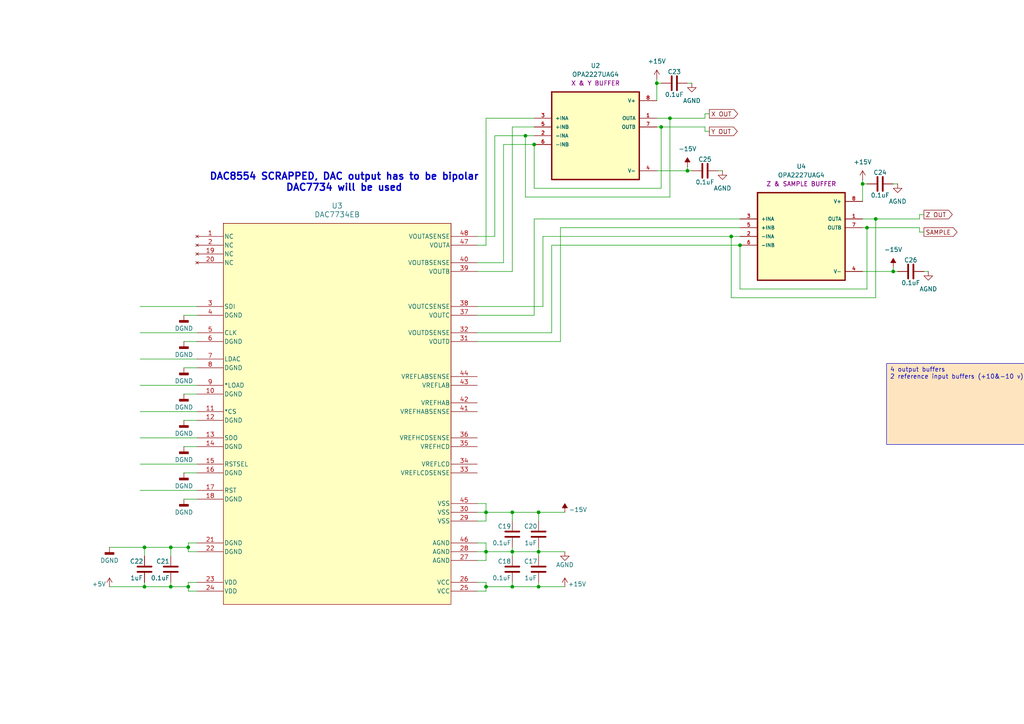
<source format=kicad_sch>
(kicad_sch
	(version 20250114)
	(generator "eeschema")
	(generator_version "9.0")
	(uuid "994906d1-011b-4420-8ea4-f4048e1272b9")
	(paper "A4")
	(lib_symbols
		(symbol "2025-07-16_21-07-43:DAC7734EB"
			(pin_names
				(offset 0.254)
			)
			(exclude_from_sim no)
			(in_bom yes)
			(on_board yes)
			(property "Reference" "U3"
				(at 40.64 10.16 0)
				(effects
					(font
						(size 1.524 1.524)
					)
				)
			)
			(property "Value" "DAC7734EB"
				(at 40.64 7.62 0)
				(effects
					(font
						(size 1.524 1.524)
					)
				)
			)
			(property "Footprint" "DAC7734:DL48"
				(at 0 1.27 0)
				(effects
					(font
						(size 1.27 1.27)
						(italic yes)
					)
					(hide yes)
				)
			)
			(property "Datasheet" "https://www.ti.com/lit/gpn/dac7734"
				(at 0 0 0)
				(effects
					(font
						(size 1.27 1.27)
						(italic yes)
					)
					(hide yes)
				)
			)
			(property "Description" ""
				(at 0 0 0)
				(effects
					(font
						(size 1.27 1.27)
					)
					(hide yes)
				)
			)
			(property "ki_locked" ""
				(at 0 0 0)
				(effects
					(font
						(size 1.27 1.27)
					)
				)
			)
			(property "ki_keywords" "DAC7734EB"
				(at 0 0 0)
				(effects
					(font
						(size 1.27 1.27)
					)
					(hide yes)
				)
			)
			(property "ki_fp_filters" "DL48 DL48-M DL48-L"
				(at 0 0 0)
				(effects
					(font
						(size 1.27 1.27)
					)
					(hide yes)
				)
			)
			(symbol "DAC7734EB_0_1"
				(polyline
					(pts
						(xy 7.62 5.08) (xy 7.62 -63.5)
					)
					(stroke
						(width 0.127)
						(type default)
					)
					(fill
						(type none)
					)
				)
				(polyline
					(pts
						(xy 73.66 5.08) (xy 7.62 5.08)
					)
					(stroke
						(width 0.127)
						(type default)
					)
					(fill
						(type none)
					)
				)
				(polyline
					(pts
						(xy 73.66 -63.5) (xy 73.66 5.08)
					)
					(stroke
						(width 0.127)
						(type default)
					)
					(fill
						(type none)
					)
				)
				(pin no_connect line
					(at 0 1.27 0)
					(length 7.62)
					(name "NC"
						(effects
							(font
								(size 1.27 1.27)
							)
						)
					)
					(number "1"
						(effects
							(font
								(size 1.27 1.27)
							)
						)
					)
				)
				(pin no_connect line
					(at 0 -1.27 0)
					(length 7.62)
					(name "NC"
						(effects
							(font
								(size 1.27 1.27)
							)
						)
					)
					(number "2"
						(effects
							(font
								(size 1.27 1.27)
							)
						)
					)
				)
				(pin no_connect line
					(at 0 -3.81 0)
					(length 7.62)
					(name "NC"
						(effects
							(font
								(size 1.27 1.27)
							)
						)
					)
					(number "19"
						(effects
							(font
								(size 1.27 1.27)
							)
						)
					)
				)
				(pin no_connect line
					(at 0 -6.35 0)
					(length 7.62)
					(name "NC"
						(effects
							(font
								(size 1.27 1.27)
							)
						)
					)
					(number "20"
						(effects
							(font
								(size 1.27 1.27)
							)
						)
					)
				)
				(pin input line
					(at 0 -19.05 0)
					(length 7.62)
					(name "SDI"
						(effects
							(font
								(size 1.27 1.27)
							)
						)
					)
					(number "3"
						(effects
							(font
								(size 1.27 1.27)
							)
						)
					)
				)
				(pin power_in line
					(at 0 -21.59 0)
					(length 7.62)
					(name "DGND"
						(effects
							(font
								(size 1.27 1.27)
							)
						)
					)
					(number "4"
						(effects
							(font
								(size 1.27 1.27)
							)
						)
					)
				)
				(pin input line
					(at 0 -26.67 0)
					(length 7.62)
					(name "CLK"
						(effects
							(font
								(size 1.27 1.27)
							)
						)
					)
					(number "5"
						(effects
							(font
								(size 1.27 1.27)
							)
						)
					)
				)
				(pin power_in line
					(at 0 -29.21 0)
					(length 7.62)
					(name "DGND"
						(effects
							(font
								(size 1.27 1.27)
							)
						)
					)
					(number "6"
						(effects
							(font
								(size 1.27 1.27)
							)
						)
					)
				)
				(pin unspecified line
					(at 0 -34.29 0)
					(length 7.62)
					(name "LDAC"
						(effects
							(font
								(size 1.27 1.27)
							)
						)
					)
					(number "7"
						(effects
							(font
								(size 1.27 1.27)
							)
						)
					)
				)
				(pin power_in line
					(at 0 -36.83 0)
					(length 7.62)
					(name "DGND"
						(effects
							(font
								(size 1.27 1.27)
							)
						)
					)
					(number "8"
						(effects
							(font
								(size 1.27 1.27)
							)
						)
					)
				)
				(pin input line
					(at 0 -41.91 0)
					(length 7.62)
					(name "*LOAD"
						(effects
							(font
								(size 1.27 1.27)
							)
						)
					)
					(number "9"
						(effects
							(font
								(size 1.27 1.27)
							)
						)
					)
				)
				(pin power_in line
					(at 0 -44.45 0)
					(length 7.62)
					(name "DGND"
						(effects
							(font
								(size 1.27 1.27)
							)
						)
					)
					(number "10"
						(effects
							(font
								(size 1.27 1.27)
							)
						)
					)
				)
				(pin unspecified line
					(at 0 -49.53 0)
					(length 7.62)
					(name "*CS"
						(effects
							(font
								(size 1.27 1.27)
							)
						)
					)
					(number "11"
						(effects
							(font
								(size 1.27 1.27)
							)
						)
					)
				)
				(pin power_in line
					(at 0 -52.07 0)
					(length 7.62)
					(name "DGND"
						(effects
							(font
								(size 1.27 1.27)
							)
						)
					)
					(number "12"
						(effects
							(font
								(size 1.27 1.27)
							)
						)
					)
				)
				(pin output line
					(at 0 -57.15 0)
					(length 7.62)
					(name "SDO"
						(effects
							(font
								(size 1.27 1.27)
							)
						)
					)
					(number "13"
						(effects
							(font
								(size 1.27 1.27)
							)
						)
					)
				)
				(pin power_in line
					(at 0 -59.69 0)
					(length 7.62)
					(name "DGND"
						(effects
							(font
								(size 1.27 1.27)
							)
						)
					)
					(number "14"
						(effects
							(font
								(size 1.27 1.27)
							)
						)
					)
				)
				(pin unspecified line
					(at 0 -64.77 0)
					(length 7.62)
					(name "RSTSEL"
						(effects
							(font
								(size 1.27 1.27)
							)
						)
					)
					(number "15"
						(effects
							(font
								(size 1.27 1.27)
							)
						)
					)
				)
				(pin power_in line
					(at 0 -67.31 0)
					(length 7.62)
					(name "DGND"
						(effects
							(font
								(size 1.27 1.27)
							)
						)
					)
					(number "16"
						(effects
							(font
								(size 1.27 1.27)
							)
						)
					)
				)
				(pin unspecified line
					(at 0 -72.39 0)
					(length 7.62)
					(name "RST"
						(effects
							(font
								(size 1.27 1.27)
							)
						)
					)
					(number "17"
						(effects
							(font
								(size 1.27 1.27)
							)
						)
					)
				)
				(pin power_in line
					(at 0 -74.93 0)
					(length 7.62)
					(name "DGND"
						(effects
							(font
								(size 1.27 1.27)
							)
						)
					)
					(number "18"
						(effects
							(font
								(size 1.27 1.27)
							)
						)
					)
				)
				(pin power_in line
					(at 0 -87.63 0)
					(length 7.62)
					(name "DGND"
						(effects
							(font
								(size 1.27 1.27)
							)
						)
					)
					(number "21"
						(effects
							(font
								(size 1.27 1.27)
							)
						)
					)
				)
				(pin power_in line
					(at 0 -90.17 0)
					(length 7.62)
					(name "DGND"
						(effects
							(font
								(size 1.27 1.27)
							)
						)
					)
					(number "22"
						(effects
							(font
								(size 1.27 1.27)
							)
						)
					)
				)
				(pin power_in line
					(at 0 -99.06 0)
					(length 7.62)
					(name "VDD"
						(effects
							(font
								(size 1.27 1.27)
							)
						)
					)
					(number "23"
						(effects
							(font
								(size 1.27 1.27)
							)
						)
					)
				)
				(pin power_in line
					(at 0 -101.6 0)
					(length 7.62)
					(name "VDD"
						(effects
							(font
								(size 1.27 1.27)
							)
						)
					)
					(number "24"
						(effects
							(font
								(size 1.27 1.27)
							)
						)
					)
				)
				(pin output line
					(at 81.28 1.27 180)
					(length 7.62)
					(name "VOUTASENSE"
						(effects
							(font
								(size 1.27 1.27)
							)
						)
					)
					(number "48"
						(effects
							(font
								(size 1.27 1.27)
							)
						)
					)
				)
				(pin output line
					(at 81.28 -1.27 180)
					(length 7.62)
					(name "VOUTA"
						(effects
							(font
								(size 1.27 1.27)
							)
						)
					)
					(number "47"
						(effects
							(font
								(size 1.27 1.27)
							)
						)
					)
				)
				(pin output line
					(at 81.28 -6.35 180)
					(length 7.62)
					(name "VOUTBSENSE"
						(effects
							(font
								(size 1.27 1.27)
							)
						)
					)
					(number "40"
						(effects
							(font
								(size 1.27 1.27)
							)
						)
					)
				)
				(pin output line
					(at 81.28 -8.89 180)
					(length 7.62)
					(name "VOUTB"
						(effects
							(font
								(size 1.27 1.27)
							)
						)
					)
					(number "39"
						(effects
							(font
								(size 1.27 1.27)
							)
						)
					)
				)
				(pin output line
					(at 81.28 -19.05 180)
					(length 7.62)
					(name "VOUTCSENSE"
						(effects
							(font
								(size 1.27 1.27)
							)
						)
					)
					(number "38"
						(effects
							(font
								(size 1.27 1.27)
							)
						)
					)
				)
				(pin output line
					(at 81.28 -21.59 180)
					(length 7.62)
					(name "VOUTC"
						(effects
							(font
								(size 1.27 1.27)
							)
						)
					)
					(number "37"
						(effects
							(font
								(size 1.27 1.27)
							)
						)
					)
				)
				(pin output line
					(at 81.28 -26.67 180)
					(length 7.62)
					(name "VOUTDSENSE"
						(effects
							(font
								(size 1.27 1.27)
							)
						)
					)
					(number "32"
						(effects
							(font
								(size 1.27 1.27)
							)
						)
					)
				)
				(pin output line
					(at 81.28 -29.21 180)
					(length 7.62)
					(name "VOUTD"
						(effects
							(font
								(size 1.27 1.27)
							)
						)
					)
					(number "31"
						(effects
							(font
								(size 1.27 1.27)
							)
						)
					)
				)
				(pin input line
					(at 81.28 -39.37 180)
					(length 7.62)
					(name "VREFLABSENSE"
						(effects
							(font
								(size 1.27 1.27)
							)
						)
					)
					(number "44"
						(effects
							(font
								(size 1.27 1.27)
							)
						)
					)
				)
				(pin input line
					(at 81.28 -41.91 180)
					(length 7.62)
					(name "VREFLAB"
						(effects
							(font
								(size 1.27 1.27)
							)
						)
					)
					(number "43"
						(effects
							(font
								(size 1.27 1.27)
							)
						)
					)
				)
				(pin input line
					(at 81.28 -46.99 180)
					(length 7.62)
					(name "VREFHAB"
						(effects
							(font
								(size 1.27 1.27)
							)
						)
					)
					(number "42"
						(effects
							(font
								(size 1.27 1.27)
							)
						)
					)
				)
				(pin input line
					(at 81.28 -49.53 180)
					(length 7.62)
					(name "VREFHABSENSE"
						(effects
							(font
								(size 1.27 1.27)
							)
						)
					)
					(number "41"
						(effects
							(font
								(size 1.27 1.27)
							)
						)
					)
				)
				(pin input line
					(at 81.28 -57.15 180)
					(length 7.62)
					(name "VREFHCDSENSE"
						(effects
							(font
								(size 1.27 1.27)
							)
						)
					)
					(number "36"
						(effects
							(font
								(size 1.27 1.27)
							)
						)
					)
				)
				(pin input line
					(at 81.28 -59.69 180)
					(length 7.62)
					(name "VREFHCD"
						(effects
							(font
								(size 1.27 1.27)
							)
						)
					)
					(number "35"
						(effects
							(font
								(size 1.27 1.27)
							)
						)
					)
				)
				(pin input line
					(at 81.28 -64.77 180)
					(length 7.62)
					(name "VREFLCD"
						(effects
							(font
								(size 1.27 1.27)
							)
						)
					)
					(number "34"
						(effects
							(font
								(size 1.27 1.27)
							)
						)
					)
				)
				(pin input line
					(at 81.28 -67.31 180)
					(length 7.62)
					(name "VREFLCDSENSE"
						(effects
							(font
								(size 1.27 1.27)
							)
						)
					)
					(number "33"
						(effects
							(font
								(size 1.27 1.27)
							)
						)
					)
				)
				(pin power_in line
					(at 81.28 -76.2 180)
					(length 7.62)
					(name "VSS"
						(effects
							(font
								(size 1.27 1.27)
							)
						)
					)
					(number "45"
						(effects
							(font
								(size 1.27 1.27)
							)
						)
					)
				)
				(pin power_in line
					(at 81.28 -78.74 180)
					(length 7.62)
					(name "VSS"
						(effects
							(font
								(size 1.27 1.27)
							)
						)
					)
					(number "30"
						(effects
							(font
								(size 1.27 1.27)
							)
						)
					)
				)
				(pin power_in line
					(at 81.28 -81.28 180)
					(length 7.62)
					(name "VSS"
						(effects
							(font
								(size 1.27 1.27)
							)
						)
					)
					(number "29"
						(effects
							(font
								(size 1.27 1.27)
							)
						)
					)
				)
				(pin power_in line
					(at 81.28 -87.63 180)
					(length 7.62)
					(name "AGND"
						(effects
							(font
								(size 1.27 1.27)
							)
						)
					)
					(number "46"
						(effects
							(font
								(size 1.27 1.27)
							)
						)
					)
				)
				(pin power_in line
					(at 81.28 -90.17 180)
					(length 7.62)
					(name "AGND"
						(effects
							(font
								(size 1.27 1.27)
							)
						)
					)
					(number "28"
						(effects
							(font
								(size 1.27 1.27)
							)
						)
					)
				)
				(pin power_in line
					(at 81.28 -92.71 180)
					(length 7.62)
					(name "AGND"
						(effects
							(font
								(size 1.27 1.27)
							)
						)
					)
					(number "27"
						(effects
							(font
								(size 1.27 1.27)
							)
						)
					)
				)
				(pin power_in line
					(at 81.28 -99.06 180)
					(length 7.62)
					(name "VCC"
						(effects
							(font
								(size 1.27 1.27)
							)
						)
					)
					(number "26"
						(effects
							(font
								(size 1.27 1.27)
							)
						)
					)
				)
				(pin power_in line
					(at 81.28 -101.6 180)
					(length 7.62)
					(name "VCC"
						(effects
							(font
								(size 1.27 1.27)
							)
						)
					)
					(number "25"
						(effects
							(font
								(size 1.27 1.27)
							)
						)
					)
				)
			)
			(symbol "DAC7734EB_1_1"
				(rectangle
					(start 7.62 5.08)
					(end 73.66 -105.41)
					(stroke
						(width 0)
						(type solid)
					)
					(fill
						(type color)
						(color 255 255 194 1)
					)
				)
			)
			(embedded_fonts no)
		)
		(symbol "Device:C"
			(pin_numbers
				(hide yes)
			)
			(pin_names
				(offset 0.254)
			)
			(exclude_from_sim no)
			(in_bom yes)
			(on_board yes)
			(property "Reference" "C"
				(at 0.635 2.54 0)
				(effects
					(font
						(size 1.27 1.27)
					)
					(justify left)
				)
			)
			(property "Value" "C"
				(at 0.635 -2.54 0)
				(effects
					(font
						(size 1.27 1.27)
					)
					(justify left)
				)
			)
			(property "Footprint" ""
				(at 0.9652 -3.81 0)
				(effects
					(font
						(size 1.27 1.27)
					)
					(hide yes)
				)
			)
			(property "Datasheet" "~"
				(at 0 0 0)
				(effects
					(font
						(size 1.27 1.27)
					)
					(hide yes)
				)
			)
			(property "Description" "Unpolarized capacitor"
				(at 0 0 0)
				(effects
					(font
						(size 1.27 1.27)
					)
					(hide yes)
				)
			)
			(property "ki_keywords" "cap capacitor"
				(at 0 0 0)
				(effects
					(font
						(size 1.27 1.27)
					)
					(hide yes)
				)
			)
			(property "ki_fp_filters" "C_*"
				(at 0 0 0)
				(effects
					(font
						(size 1.27 1.27)
					)
					(hide yes)
				)
			)
			(symbol "C_0_1"
				(polyline
					(pts
						(xy -2.032 0.762) (xy 2.032 0.762)
					)
					(stroke
						(width 0.508)
						(type default)
					)
					(fill
						(type none)
					)
				)
				(polyline
					(pts
						(xy -2.032 -0.762) (xy 2.032 -0.762)
					)
					(stroke
						(width 0.508)
						(type default)
					)
					(fill
						(type none)
					)
				)
			)
			(symbol "C_1_1"
				(pin passive line
					(at 0 3.81 270)
					(length 2.794)
					(name "~"
						(effects
							(font
								(size 1.27 1.27)
							)
						)
					)
					(number "1"
						(effects
							(font
								(size 1.27 1.27)
							)
						)
					)
				)
				(pin passive line
					(at 0 -3.81 90)
					(length 2.794)
					(name "~"
						(effects
							(font
								(size 1.27 1.27)
							)
						)
					)
					(number "2"
						(effects
							(font
								(size 1.27 1.27)
							)
						)
					)
				)
			)
			(embedded_fonts no)
		)
		(symbol "OPA2227UAG4:OPA2227UAG4"
			(pin_names
				(offset 1.016)
			)
			(exclude_from_sim no)
			(in_bom yes)
			(on_board yes)
			(property "Reference" "U"
				(at -12.7 13.7 0)
				(effects
					(font
						(size 1.27 1.27)
					)
					(justify left bottom)
				)
			)
			(property "Value" "OPA2227UAG4"
				(at -12.7 -16.7 0)
				(effects
					(font
						(size 1.27 1.27)
					)
					(justify left bottom)
				)
			)
			(property "Footprint" "OPA2227UAG4:SOIC127P599X175-8N"
				(at 0 0 0)
				(effects
					(font
						(size 1.27 1.27)
					)
					(justify bottom)
					(hide yes)
				)
			)
			(property "Datasheet" ""
				(at 0 0 0)
				(effects
					(font
						(size 1.27 1.27)
					)
					(hide yes)
				)
			)
			(property "Description" ""
				(at 0 0 0)
				(effects
					(font
						(size 1.27 1.27)
					)
					(hide yes)
				)
			)
			(property "MF" "Texas Instruments"
				(at 0 0 0)
				(effects
					(font
						(size 1.27 1.27)
					)
					(justify bottom)
					(hide yes)
				)
			)
			(property "Description_1" "\n                        \n                            Dual high precision, low noise operational amplifiers 8-SOIC -40 to 85\n                        \n"
				(at 0 0 0)
				(effects
					(font
						(size 1.27 1.27)
					)
					(justify bottom)
					(hide yes)
				)
			)
			(property "Package" "SOIC-8 Texas Instruments"
				(at 0 0 0)
				(effects
					(font
						(size 1.27 1.27)
					)
					(justify bottom)
					(hide yes)
				)
			)
			(property "Price" "None"
				(at 0 0 0)
				(effects
					(font
						(size 1.27 1.27)
					)
					(justify bottom)
					(hide yes)
				)
			)
			(property "SnapEDA_Link" "https://www.snapeda.com/parts/OPA2227UAG4/Texas+Instruments/view-part/?ref=snap"
				(at 0 0 0)
				(effects
					(font
						(size 1.27 1.27)
					)
					(justify bottom)
					(hide yes)
				)
			)
			(property "MP" "OPA2227UAG4"
				(at 0 0 0)
				(effects
					(font
						(size 1.27 1.27)
					)
					(justify bottom)
					(hide yes)
				)
			)
			(property "Availability" "In Stock"
				(at 0 0 0)
				(effects
					(font
						(size 1.27 1.27)
					)
					(justify bottom)
					(hide yes)
				)
			)
			(property "Check_prices" "https://www.snapeda.com/parts/OPA2227UAG4/Texas+Instruments/view-part/?ref=eda"
				(at 0 0 0)
				(effects
					(font
						(size 1.27 1.27)
					)
					(justify bottom)
					(hide yes)
				)
			)
			(symbol "OPA2227UAG4_0_0"
				(rectangle
					(start -12.7 -12.7)
					(end 12.7 12.7)
					(stroke
						(width 0.41)
						(type default)
					)
					(fill
						(type background)
					)
				)
				(pin input line
					(at -17.78 5.08 0)
					(length 5.08)
					(name "+INA"
						(effects
							(font
								(size 1.016 1.016)
							)
						)
					)
					(number "3"
						(effects
							(font
								(size 1.016 1.016)
							)
						)
					)
				)
				(pin input line
					(at -17.78 2.54 0)
					(length 5.08)
					(name "+INB"
						(effects
							(font
								(size 1.016 1.016)
							)
						)
					)
					(number "5"
						(effects
							(font
								(size 1.016 1.016)
							)
						)
					)
				)
				(pin input line
					(at -17.78 0 0)
					(length 5.08)
					(name "-INA"
						(effects
							(font
								(size 1.016 1.016)
							)
						)
					)
					(number "2"
						(effects
							(font
								(size 1.016 1.016)
							)
						)
					)
				)
				(pin input line
					(at -17.78 -2.54 0)
					(length 5.08)
					(name "-INB"
						(effects
							(font
								(size 1.016 1.016)
							)
						)
					)
					(number "6"
						(effects
							(font
								(size 1.016 1.016)
							)
						)
					)
				)
				(pin power_in line
					(at 17.78 10.16 180)
					(length 5.08)
					(name "V+"
						(effects
							(font
								(size 1.016 1.016)
							)
						)
					)
					(number "8"
						(effects
							(font
								(size 1.016 1.016)
							)
						)
					)
				)
				(pin output line
					(at 17.78 5.08 180)
					(length 5.08)
					(name "OUTA"
						(effects
							(font
								(size 1.016 1.016)
							)
						)
					)
					(number "1"
						(effects
							(font
								(size 1.016 1.016)
							)
						)
					)
				)
				(pin output line
					(at 17.78 2.54 180)
					(length 5.08)
					(name "OUTB"
						(effects
							(font
								(size 1.016 1.016)
							)
						)
					)
					(number "7"
						(effects
							(font
								(size 1.016 1.016)
							)
						)
					)
				)
				(pin power_in line
					(at 17.78 -10.16 180)
					(length 5.08)
					(name "V-"
						(effects
							(font
								(size 1.016 1.016)
							)
						)
					)
					(number "4"
						(effects
							(font
								(size 1.016 1.016)
							)
						)
					)
				)
			)
			(embedded_fonts no)
		)
		(symbol "power:+15V"
			(power)
			(pin_numbers
				(hide yes)
			)
			(pin_names
				(offset 0)
				(hide yes)
			)
			(exclude_from_sim no)
			(in_bom yes)
			(on_board yes)
			(property "Reference" "#PWR"
				(at 0 -3.81 0)
				(effects
					(font
						(size 1.27 1.27)
					)
					(hide yes)
				)
			)
			(property "Value" "+15V"
				(at 0 3.556 0)
				(effects
					(font
						(size 1.27 1.27)
					)
				)
			)
			(property "Footprint" ""
				(at 0 0 0)
				(effects
					(font
						(size 1.27 1.27)
					)
					(hide yes)
				)
			)
			(property "Datasheet" ""
				(at 0 0 0)
				(effects
					(font
						(size 1.27 1.27)
					)
					(hide yes)
				)
			)
			(property "Description" "Power symbol creates a global label with name \"+15V\""
				(at 0 0 0)
				(effects
					(font
						(size 1.27 1.27)
					)
					(hide yes)
				)
			)
			(property "ki_keywords" "global power"
				(at 0 0 0)
				(effects
					(font
						(size 1.27 1.27)
					)
					(hide yes)
				)
			)
			(symbol "+15V_0_1"
				(polyline
					(pts
						(xy -0.762 1.27) (xy 0 2.54)
					)
					(stroke
						(width 0)
						(type default)
					)
					(fill
						(type none)
					)
				)
				(polyline
					(pts
						(xy 0 2.54) (xy 0.762 1.27)
					)
					(stroke
						(width 0)
						(type default)
					)
					(fill
						(type none)
					)
				)
				(polyline
					(pts
						(xy 0 0) (xy 0 2.54)
					)
					(stroke
						(width 0)
						(type default)
					)
					(fill
						(type none)
					)
				)
			)
			(symbol "+15V_1_1"
				(pin power_in line
					(at 0 0 90)
					(length 0)
					(name "~"
						(effects
							(font
								(size 1.27 1.27)
							)
						)
					)
					(number "1"
						(effects
							(font
								(size 1.27 1.27)
							)
						)
					)
				)
			)
			(embedded_fonts no)
		)
		(symbol "power:-15V"
			(power)
			(pin_numbers
				(hide yes)
			)
			(pin_names
				(offset 0)
				(hide yes)
			)
			(exclude_from_sim no)
			(in_bom yes)
			(on_board yes)
			(property "Reference" "#PWR"
				(at 0 -3.81 0)
				(effects
					(font
						(size 1.27 1.27)
					)
					(hide yes)
				)
			)
			(property "Value" "-15V"
				(at 0 3.556 0)
				(effects
					(font
						(size 1.27 1.27)
					)
				)
			)
			(property "Footprint" ""
				(at 0 0 0)
				(effects
					(font
						(size 1.27 1.27)
					)
					(hide yes)
				)
			)
			(property "Datasheet" ""
				(at 0 0 0)
				(effects
					(font
						(size 1.27 1.27)
					)
					(hide yes)
				)
			)
			(property "Description" "Power symbol creates a global label with name \"-15V\""
				(at 0 0 0)
				(effects
					(font
						(size 1.27 1.27)
					)
					(hide yes)
				)
			)
			(property "ki_keywords" "global power"
				(at 0 0 0)
				(effects
					(font
						(size 1.27 1.27)
					)
					(hide yes)
				)
			)
			(symbol "-15V_0_0"
				(pin power_in line
					(at 0 0 90)
					(length 0)
					(name "~"
						(effects
							(font
								(size 1.27 1.27)
							)
						)
					)
					(number "1"
						(effects
							(font
								(size 1.27 1.27)
							)
						)
					)
				)
			)
			(symbol "-15V_0_1"
				(polyline
					(pts
						(xy 0 0) (xy 0 1.27) (xy 0.762 1.27) (xy 0 2.54) (xy -0.762 1.27) (xy 0 1.27)
					)
					(stroke
						(width 0)
						(type default)
					)
					(fill
						(type outline)
					)
				)
			)
			(embedded_fonts no)
		)
		(symbol "power:GNDA"
			(power)
			(pin_numbers
				(hide yes)
			)
			(pin_names
				(offset 0)
				(hide yes)
			)
			(exclude_from_sim no)
			(in_bom yes)
			(on_board yes)
			(property "Reference" "#PWR"
				(at 0 -6.35 0)
				(effects
					(font
						(size 1.27 1.27)
					)
					(hide yes)
				)
			)
			(property "Value" "GNDA"
				(at 0 -3.81 0)
				(effects
					(font
						(size 1.27 1.27)
					)
				)
			)
			(property "Footprint" ""
				(at 0 0 0)
				(effects
					(font
						(size 1.27 1.27)
					)
					(hide yes)
				)
			)
			(property "Datasheet" ""
				(at 0 0 0)
				(effects
					(font
						(size 1.27 1.27)
					)
					(hide yes)
				)
			)
			(property "Description" "Power symbol creates a global label with name \"GNDA\" , analog ground"
				(at 0 0 0)
				(effects
					(font
						(size 1.27 1.27)
					)
					(hide yes)
				)
			)
			(property "ki_keywords" "global power"
				(at 0 0 0)
				(effects
					(font
						(size 1.27 1.27)
					)
					(hide yes)
				)
			)
			(symbol "GNDA_0_1"
				(polyline
					(pts
						(xy 0 0) (xy 0 -1.27) (xy 1.27 -1.27) (xy 0 -2.54) (xy -1.27 -1.27) (xy 0 -1.27)
					)
					(stroke
						(width 0)
						(type default)
					)
					(fill
						(type none)
					)
				)
			)
			(symbol "GNDA_1_1"
				(pin power_in line
					(at 0 0 270)
					(length 0)
					(name "~"
						(effects
							(font
								(size 1.27 1.27)
							)
						)
					)
					(number "1"
						(effects
							(font
								(size 1.27 1.27)
							)
						)
					)
				)
			)
			(embedded_fonts no)
		)
		(symbol "power:GNDD"
			(power)
			(pin_numbers
				(hide yes)
			)
			(pin_names
				(offset 0)
				(hide yes)
			)
			(exclude_from_sim no)
			(in_bom yes)
			(on_board yes)
			(property "Reference" "#PWR"
				(at 0 -6.35 0)
				(effects
					(font
						(size 1.27 1.27)
					)
					(hide yes)
				)
			)
			(property "Value" "GNDD"
				(at 0 -3.175 0)
				(effects
					(font
						(size 1.27 1.27)
					)
				)
			)
			(property "Footprint" ""
				(at 0 0 0)
				(effects
					(font
						(size 1.27 1.27)
					)
					(hide yes)
				)
			)
			(property "Datasheet" ""
				(at 0 0 0)
				(effects
					(font
						(size 1.27 1.27)
					)
					(hide yes)
				)
			)
			(property "Description" "Power symbol creates a global label with name \"GNDD\" , digital ground"
				(at 0 0 0)
				(effects
					(font
						(size 1.27 1.27)
					)
					(hide yes)
				)
			)
			(property "ki_keywords" "global power"
				(at 0 0 0)
				(effects
					(font
						(size 1.27 1.27)
					)
					(hide yes)
				)
			)
			(symbol "GNDD_0_1"
				(rectangle
					(start -1.27 -1.524)
					(end 1.27 -2.032)
					(stroke
						(width 0.254)
						(type default)
					)
					(fill
						(type outline)
					)
				)
				(polyline
					(pts
						(xy 0 0) (xy 0 -1.524)
					)
					(stroke
						(width 0)
						(type default)
					)
					(fill
						(type none)
					)
				)
			)
			(symbol "GNDD_1_1"
				(pin power_in line
					(at 0 0 270)
					(length 0)
					(name "~"
						(effects
							(font
								(size 1.27 1.27)
							)
						)
					)
					(number "1"
						(effects
							(font
								(size 1.27 1.27)
							)
						)
					)
				)
			)
			(embedded_fonts no)
		)
	)
	(text "DAC8554 SCRAPPED, DAC output has to be bipolar\nDAC7734 will be used\n\n\n"
		(exclude_from_sim no)
		(at 99.822 56.134 0)
		(effects
			(font
				(size 2 2)
				(thickness 0.4)
				(bold yes)
			)
		)
		(uuid "5531a679-2789-4b92-8f9d-929df47665a2")
	)
	(text_box "4 output buffers\n2 reference input buffers (+10&-10 v)"
		(exclude_from_sim no)
		(at 257.175 105.41 0)
		(size 41.91 23.495)
		(margins 0.9525 0.9525 0.9525 0.9525)
		(stroke
			(width 0)
			(type solid)
		)
		(fill
			(type color)
			(color 255 229 191 1)
		)
		(effects
			(font
				(size 1.27 1.27)
			)
			(justify left top)
		)
		(uuid "6e43b048-a9e2-40fb-86d6-2f1d5b899b8a")
	)
	(junction
		(at 251.46 66.04)
		(diameter 0)
		(color 0 0 0 0)
		(uuid "147ec6c3-4c52-4bbc-aa7c-1d299b99ceb3")
	)
	(junction
		(at 49.53 158.75)
		(diameter 0)
		(color 0 0 0 0)
		(uuid "15601565-2f7f-4a2c-82f2-078a2f75741e")
	)
	(junction
		(at 140.97 148.59)
		(diameter 0)
		(color 0 0 0 0)
		(uuid "19e2fd8f-c1a0-4f5a-99f0-21c10dbf0155")
	)
	(junction
		(at 199.39 49.53)
		(diameter 0)
		(color 0 0 0 0)
		(uuid "272182d8-3087-47c1-937a-a00e021e9f4a")
	)
	(junction
		(at 190.5 24.13)
		(diameter 0)
		(color 0 0 0 0)
		(uuid "29fafe88-ac3f-4f4b-8f76-be11f3efdfbe")
	)
	(junction
		(at 254 63.5)
		(diameter 0)
		(color 0 0 0 0)
		(uuid "37ef82bc-6633-4748-9470-ed694cbfb259")
	)
	(junction
		(at 54.61 158.75)
		(diameter 0)
		(color 0 0 0 0)
		(uuid "3fad361a-d980-4211-8a8f-3c7b7d68a1dc")
	)
	(junction
		(at 140.97 170.18)
		(diameter 0)
		(color 0 0 0 0)
		(uuid "470597df-470a-4364-a8e1-aa8ae7358373")
	)
	(junction
		(at 148.59 170.18)
		(diameter 0)
		(color 0 0 0 0)
		(uuid "4accfeff-3616-4f54-b66d-1c45635450c2")
	)
	(junction
		(at 250.19 53.34)
		(diameter 0)
		(color 0 0 0 0)
		(uuid "5d19682b-b756-470f-9b94-6936238e80a9")
	)
	(junction
		(at 191.77 36.83)
		(diameter 0)
		(color 0 0 0 0)
		(uuid "66931b99-61f7-4261-b44a-6788bfda7d76")
	)
	(junction
		(at 259.08 78.74)
		(diameter 0)
		(color 0 0 0 0)
		(uuid "708a6624-0f2f-4d23-b23b-0db14cc2289f")
	)
	(junction
		(at 156.21 160.02)
		(diameter 0)
		(color 0 0 0 0)
		(uuid "7e2ef1ba-1e95-4d8e-bd57-4cb6af275d03")
	)
	(junction
		(at 212.09 68.58)
		(diameter 0)
		(color 0 0 0 0)
		(uuid "7e3933c9-7887-414a-97a2-ba0a314539c6")
	)
	(junction
		(at 154.94 41.91)
		(diameter 0)
		(color 0 0 0 0)
		(uuid "80844c82-c156-4979-b28d-f78321a8f425")
	)
	(junction
		(at 214.63 71.12)
		(diameter 0)
		(color 0 0 0 0)
		(uuid "8920bdfb-fe07-4c25-b444-c1ed951cb320")
	)
	(junction
		(at 152.4 39.37)
		(diameter 0)
		(color 0 0 0 0)
		(uuid "8ef471de-cf88-4dfb-a704-52d3076a7f6d")
	)
	(junction
		(at 49.53 170.18)
		(diameter 0)
		(color 0 0 0 0)
		(uuid "91763f66-e436-4c84-966f-cfa2e303a169")
	)
	(junction
		(at 156.21 148.59)
		(diameter 0)
		(color 0 0 0 0)
		(uuid "968b08fd-05d4-4b5f-9bcd-67a6b647a2ee")
	)
	(junction
		(at 140.97 160.02)
		(diameter 0)
		(color 0 0 0 0)
		(uuid "acc7ae51-4528-420d-928f-ac7d63d19a13")
	)
	(junction
		(at 54.61 170.18)
		(diameter 0)
		(color 0 0 0 0)
		(uuid "ae83ff52-acd2-4541-821c-6ec8b3af7792")
	)
	(junction
		(at 148.59 160.02)
		(diameter 0)
		(color 0 0 0 0)
		(uuid "b8c06bd2-b121-474f-bc84-163299e798e6")
	)
	(junction
		(at 41.91 158.75)
		(diameter 0)
		(color 0 0 0 0)
		(uuid "d6d6296d-de44-4a00-bf1e-b5022c81baf0")
	)
	(junction
		(at 41.91 170.18)
		(diameter 0)
		(color 0 0 0 0)
		(uuid "e81c8bce-1b39-42c3-ba4b-e379673854c1")
	)
	(junction
		(at 156.21 170.18)
		(diameter 0)
		(color 0 0 0 0)
		(uuid "ea2f013e-db01-4b95-84d3-6d72f43811f1")
	)
	(junction
		(at 148.59 148.59)
		(diameter 0)
		(color 0 0 0 0)
		(uuid "f403d0a5-a11f-4043-90c8-ff589fc882c3")
	)
	(junction
		(at 194.31 34.29)
		(diameter 0)
		(color 0 0 0 0)
		(uuid "fb0276a1-645f-4ccb-a5ff-4c453b6ea16c")
	)
	(wire
		(pts
			(xy 138.43 68.58) (xy 143.51 68.58)
		)
		(stroke
			(width 0)
			(type default)
		)
		(uuid "05880085-b74c-4f32-834a-84bb068d0777")
	)
	(wire
		(pts
			(xy 259.08 53.34) (xy 260.35 53.34)
		)
		(stroke
			(width 0)
			(type default)
		)
		(uuid "05c421bc-c2f6-4a2d-9513-af9b264ea557")
	)
	(wire
		(pts
			(xy 204.47 33.02) (xy 204.47 34.29)
		)
		(stroke
			(width 0)
			(type default)
		)
		(uuid "0668333f-5a6b-4d2d-b3f5-6313df597417")
	)
	(wire
		(pts
			(xy 154.94 63.5) (xy 214.63 63.5)
		)
		(stroke
			(width 0)
			(type default)
		)
		(uuid "08a92ead-b32b-42de-ad07-96a469df66ab")
	)
	(wire
		(pts
			(xy 140.97 148.59) (xy 138.43 148.59)
		)
		(stroke
			(width 0)
			(type default)
		)
		(uuid "1002f55b-3503-4113-920f-c6ffe482bad1")
	)
	(wire
		(pts
			(xy 140.97 162.56) (xy 138.43 162.56)
		)
		(stroke
			(width 0)
			(type default)
		)
		(uuid "126a6708-9268-4335-9b58-39d55df03afa")
	)
	(wire
		(pts
			(xy 140.97 148.59) (xy 140.97 151.13)
		)
		(stroke
			(width 0)
			(type default)
		)
		(uuid "1644b695-45a0-41e9-b6aa-ecd14cf9c86d")
	)
	(wire
		(pts
			(xy 160.02 71.12) (xy 214.63 71.12)
		)
		(stroke
			(width 0)
			(type default)
		)
		(uuid "18ace9dc-59c0-4f2b-86d0-c7f72f27ce29")
	)
	(wire
		(pts
			(xy 194.31 34.29) (xy 190.5 34.29)
		)
		(stroke
			(width 0)
			(type default)
		)
		(uuid "1a1a952f-8d9c-4fb8-9f80-0abdd2a3543d")
	)
	(wire
		(pts
			(xy 204.47 38.1) (xy 205.74 38.1)
		)
		(stroke
			(width 0)
			(type default)
		)
		(uuid "1cf6a73c-6cf2-43a7-825d-6c2a34bc3d97")
	)
	(wire
		(pts
			(xy 49.53 158.75) (xy 49.53 161.29)
		)
		(stroke
			(width 0)
			(type default)
		)
		(uuid "1d584eea-ca10-4042-9681-cac7f17238c6")
	)
	(wire
		(pts
			(xy 143.51 68.58) (xy 143.51 39.37)
		)
		(stroke
			(width 0)
			(type default)
		)
		(uuid "2074c955-5234-4c30-adf5-c54db0a6154c")
	)
	(wire
		(pts
			(xy 254 86.36) (xy 254 63.5)
		)
		(stroke
			(width 0)
			(type default)
		)
		(uuid "220ae4de-a146-47b5-86a8-79d29d049010")
	)
	(wire
		(pts
			(xy 54.61 168.91) (xy 54.61 170.18)
		)
		(stroke
			(width 0)
			(type default)
		)
		(uuid "2288c296-b6f5-419a-8507-8631f32f29bc")
	)
	(wire
		(pts
			(xy 148.59 36.83) (xy 154.94 36.83)
		)
		(stroke
			(width 0)
			(type default)
		)
		(uuid "25b962d7-27e9-4e7e-9146-cb604fa2c55e")
	)
	(wire
		(pts
			(xy 40.64 134.62) (xy 57.15 134.62)
		)
		(stroke
			(width 0)
			(type default)
		)
		(uuid "26d334cb-320b-4a51-a7d4-8db9deafa189")
	)
	(wire
		(pts
			(xy 190.5 49.53) (xy 199.39 49.53)
		)
		(stroke
			(width 0)
			(type default)
		)
		(uuid "2bfaa24c-dbf8-4818-bb4f-5bce947666d1")
	)
	(wire
		(pts
			(xy 148.59 168.91) (xy 148.59 170.18)
		)
		(stroke
			(width 0)
			(type default)
		)
		(uuid "2c3a0b8b-0f7a-4553-99a4-82c818931aff")
	)
	(wire
		(pts
			(xy 200.66 49.53) (xy 199.39 49.53)
		)
		(stroke
			(width 0)
			(type default)
		)
		(uuid "2cb0510d-8777-4481-b503-e042fde4a094")
	)
	(wire
		(pts
			(xy 49.53 170.18) (xy 54.61 170.18)
		)
		(stroke
			(width 0)
			(type default)
		)
		(uuid "2d276966-eee2-4bec-ad7e-41cd138fe6e7")
	)
	(wire
		(pts
			(xy 140.97 168.91) (xy 138.43 168.91)
		)
		(stroke
			(width 0)
			(type default)
		)
		(uuid "2fc9a1a7-4066-483c-8992-ada013eb2511")
	)
	(wire
		(pts
			(xy 53.34 144.78) (xy 57.15 144.78)
		)
		(stroke
			(width 0)
			(type default)
		)
		(uuid "31b7f3e2-8690-4c29-b358-b1810a7f1ba9")
	)
	(wire
		(pts
			(xy 266.7 63.5) (xy 254 63.5)
		)
		(stroke
			(width 0)
			(type default)
		)
		(uuid "325b57a2-0f91-41d1-a65a-95377ec0a72e")
	)
	(wire
		(pts
			(xy 156.21 170.18) (xy 163.83 170.18)
		)
		(stroke
			(width 0)
			(type default)
		)
		(uuid "331794b1-0b1d-4e84-8edf-d04645af2f77")
	)
	(wire
		(pts
			(xy 140.97 160.02) (xy 140.97 162.56)
		)
		(stroke
			(width 0)
			(type default)
		)
		(uuid "33cc4c41-25e5-452a-b2ff-3216fbde4efb")
	)
	(wire
		(pts
			(xy 53.34 129.54) (xy 57.15 129.54)
		)
		(stroke
			(width 0)
			(type default)
		)
		(uuid "34d8ac22-10b7-4bf0-af75-c7da5a80da94")
	)
	(wire
		(pts
			(xy 140.97 151.13) (xy 138.43 151.13)
		)
		(stroke
			(width 0)
			(type default)
		)
		(uuid "3c0a56ad-b751-4c28-86d5-c0eab10a0f32")
	)
	(wire
		(pts
			(xy 53.34 137.16) (xy 57.15 137.16)
		)
		(stroke
			(width 0)
			(type default)
		)
		(uuid "4159ef30-b97a-4ec0-a3ab-8dfbf3bdcac6")
	)
	(wire
		(pts
			(xy 156.21 170.18) (xy 156.21 168.91)
		)
		(stroke
			(width 0)
			(type default)
		)
		(uuid "456ca2bf-f057-4f3a-b846-5f867a0b0b46")
	)
	(wire
		(pts
			(xy 148.59 148.59) (xy 148.59 151.13)
		)
		(stroke
			(width 0)
			(type default)
		)
		(uuid "462a4b32-02ce-4829-ad80-a646a26314ce")
	)
	(wire
		(pts
			(xy 41.91 158.75) (xy 41.91 161.29)
		)
		(stroke
			(width 0)
			(type default)
		)
		(uuid "49a74393-be44-44d8-9095-ec6f846e2397")
	)
	(wire
		(pts
			(xy 212.09 86.36) (xy 254 86.36)
		)
		(stroke
			(width 0)
			(type default)
		)
		(uuid "4a3f4e5b-8395-4b63-b1fe-6af29c4de562")
	)
	(wire
		(pts
			(xy 140.97 157.48) (xy 140.97 160.02)
		)
		(stroke
			(width 0)
			(type default)
		)
		(uuid "4cac7029-3680-4730-a558-fef5ab9402e7")
	)
	(wire
		(pts
			(xy 49.53 168.91) (xy 49.53 170.18)
		)
		(stroke
			(width 0)
			(type default)
		)
		(uuid "4e242afc-2df6-46ca-a73b-f5cb53449146")
	)
	(wire
		(pts
			(xy 138.43 96.52) (xy 160.02 96.52)
		)
		(stroke
			(width 0)
			(type default)
		)
		(uuid "4f7fd287-dfa1-48b9-a220-89d6e4373a01")
	)
	(wire
		(pts
			(xy 154.94 91.44) (xy 154.94 63.5)
		)
		(stroke
			(width 0)
			(type default)
		)
		(uuid "5097dcaa-8721-46a8-abab-430f17359a36")
	)
	(wire
		(pts
			(xy 266.7 62.23) (xy 267.97 62.23)
		)
		(stroke
			(width 0)
			(type default)
		)
		(uuid "50d9bb75-db56-4058-8c64-472efb137bf8")
	)
	(wire
		(pts
			(xy 156.21 160.02) (xy 163.83 160.02)
		)
		(stroke
			(width 0)
			(type default)
		)
		(uuid "545832ac-1b10-47c5-b30f-8a843277951d")
	)
	(wire
		(pts
			(xy 40.64 88.9) (xy 57.15 88.9)
		)
		(stroke
			(width 0)
			(type default)
		)
		(uuid "55c67b68-3676-425f-88f7-82213710f232")
	)
	(wire
		(pts
			(xy 250.19 53.34) (xy 250.19 58.42)
		)
		(stroke
			(width 0)
			(type default)
		)
		(uuid "560edc55-6d8c-4425-b8b9-c93dd47c7e26")
	)
	(wire
		(pts
			(xy 204.47 34.29) (xy 194.31 34.29)
		)
		(stroke
			(width 0)
			(type default)
		)
		(uuid "573409a3-fa2b-4c1d-8a97-d2ebc04ac450")
	)
	(wire
		(pts
			(xy 54.61 157.48) (xy 54.61 158.75)
		)
		(stroke
			(width 0)
			(type default)
		)
		(uuid "57c8e089-4851-41e7-8a7b-764fc5272491")
	)
	(wire
		(pts
			(xy 140.97 34.29) (xy 154.94 34.29)
		)
		(stroke
			(width 0)
			(type default)
		)
		(uuid "59d6eddf-79fa-4590-816a-7eb4bad2b024")
	)
	(wire
		(pts
			(xy 41.91 158.75) (xy 49.53 158.75)
		)
		(stroke
			(width 0)
			(type default)
		)
		(uuid "5a6cd7c5-bfe5-4100-9bc5-68a5ecdc491f")
	)
	(wire
		(pts
			(xy 140.97 160.02) (xy 148.59 160.02)
		)
		(stroke
			(width 0)
			(type default)
		)
		(uuid "5b4e0f51-df12-4fd7-bb69-74d2d70cb1b1")
	)
	(wire
		(pts
			(xy 53.34 106.68) (xy 57.15 106.68)
		)
		(stroke
			(width 0)
			(type default)
		)
		(uuid "5ba230b1-620d-4d34-897b-bcfef4408466")
	)
	(wire
		(pts
			(xy 162.56 66.04) (xy 214.63 66.04)
		)
		(stroke
			(width 0)
			(type default)
		)
		(uuid "5c1f2ec5-384d-484b-bfcc-d9325672f1f1")
	)
	(wire
		(pts
			(xy 138.43 71.12) (xy 140.97 71.12)
		)
		(stroke
			(width 0)
			(type default)
		)
		(uuid "5c2225d2-056e-413f-a2c8-37cb4359a386")
	)
	(wire
		(pts
			(xy 162.56 99.06) (xy 162.56 66.04)
		)
		(stroke
			(width 0)
			(type default)
		)
		(uuid "636ad785-6d5e-4d46-b16f-cd0551eaf3c8")
	)
	(wire
		(pts
			(xy 138.43 88.9) (xy 157.48 88.9)
		)
		(stroke
			(width 0)
			(type default)
		)
		(uuid "6526b662-ed05-4209-98c9-c17d2cd4d3bb")
	)
	(wire
		(pts
			(xy 138.43 91.44) (xy 154.94 91.44)
		)
		(stroke
			(width 0)
			(type default)
		)
		(uuid "6763a6d2-eb60-413f-a5ac-62d0dfc0df3e")
	)
	(wire
		(pts
			(xy 138.43 160.02) (xy 140.97 160.02)
		)
		(stroke
			(width 0)
			(type default)
		)
		(uuid "69f0bd73-642a-428d-bc14-dc1405559e89")
	)
	(wire
		(pts
			(xy 53.34 91.44) (xy 57.15 91.44)
		)
		(stroke
			(width 0)
			(type default)
		)
		(uuid "6cf37d07-94e9-4c7a-bfdd-a97f6e542ef5")
	)
	(wire
		(pts
			(xy 146.05 41.91) (xy 154.94 41.91)
		)
		(stroke
			(width 0)
			(type default)
		)
		(uuid "6ee57373-5441-4876-b77e-123c5fcab0a3")
	)
	(wire
		(pts
			(xy 260.35 78.74) (xy 259.08 78.74)
		)
		(stroke
			(width 0)
			(type default)
		)
		(uuid "7373898b-0090-411c-8a93-7300634ae245")
	)
	(wire
		(pts
			(xy 140.97 171.45) (xy 138.43 171.45)
		)
		(stroke
			(width 0)
			(type default)
		)
		(uuid "75a2519d-8a1d-49f3-aded-c33d40c2dced")
	)
	(wire
		(pts
			(xy 140.97 146.05) (xy 138.43 146.05)
		)
		(stroke
			(width 0)
			(type default)
		)
		(uuid "75aba0ca-2ca1-4094-b597-d8383d2ccb7b")
	)
	(wire
		(pts
			(xy 191.77 36.83) (xy 191.77 54.61)
		)
		(stroke
			(width 0)
			(type default)
		)
		(uuid "761611f4-31fd-4d78-be33-a92513138f9c")
	)
	(wire
		(pts
			(xy 156.21 148.59) (xy 163.83 148.59)
		)
		(stroke
			(width 0)
			(type default)
		)
		(uuid "7a851538-938e-48b2-8467-1f953ccca0c3")
	)
	(wire
		(pts
			(xy 148.59 160.02) (xy 156.21 160.02)
		)
		(stroke
			(width 0)
			(type default)
		)
		(uuid "7b3e429c-e6c2-43fa-9ae0-b52a3c941636")
	)
	(wire
		(pts
			(xy 148.59 170.18) (xy 156.21 170.18)
		)
		(stroke
			(width 0)
			(type default)
		)
		(uuid "7be06422-e1b6-46fa-94a3-4c59c4275c70")
	)
	(wire
		(pts
			(xy 194.31 57.15) (xy 194.31 34.29)
		)
		(stroke
			(width 0)
			(type default)
		)
		(uuid "7dfe8a73-ff1f-4ee1-9b68-40307cd23c80")
	)
	(wire
		(pts
			(xy 140.97 157.48) (xy 138.43 157.48)
		)
		(stroke
			(width 0)
			(type default)
		)
		(uuid "8007e52d-4bf7-40bf-8946-f93e772ef4d4")
	)
	(wire
		(pts
			(xy 190.5 22.86) (xy 190.5 24.13)
		)
		(stroke
			(width 0)
			(type default)
		)
		(uuid "84c635e0-d4a9-4d89-ae18-c77227ab0aff")
	)
	(wire
		(pts
			(xy 214.63 68.58) (xy 212.09 68.58)
		)
		(stroke
			(width 0)
			(type default)
		)
		(uuid "864bbf49-4d20-41ca-857c-4f10f8ba0d4b")
	)
	(wire
		(pts
			(xy 40.64 119.38) (xy 57.15 119.38)
		)
		(stroke
			(width 0)
			(type default)
		)
		(uuid "8d35f70b-7fad-42bb-9670-6679e93336a0")
	)
	(wire
		(pts
			(xy 266.7 67.31) (xy 266.7 66.04)
		)
		(stroke
			(width 0)
			(type default)
		)
		(uuid "8e80ea61-3bf1-4649-a465-12185bb2b953")
	)
	(wire
		(pts
			(xy 204.47 38.1) (xy 204.47 36.83)
		)
		(stroke
			(width 0)
			(type default)
		)
		(uuid "92ff89ef-7271-48f4-aba7-4616ad0d0fc1")
	)
	(wire
		(pts
			(xy 138.43 76.2) (xy 146.05 76.2)
		)
		(stroke
			(width 0)
			(type default)
		)
		(uuid "95c631b0-84aa-4b2a-844b-f0d7d19bf966")
	)
	(wire
		(pts
			(xy 250.19 78.74) (xy 259.08 78.74)
		)
		(stroke
			(width 0)
			(type default)
		)
		(uuid "97470dc8-9bf2-4e73-8c6a-8ba31f772586")
	)
	(wire
		(pts
			(xy 54.61 157.48) (xy 57.15 157.48)
		)
		(stroke
			(width 0)
			(type default)
		)
		(uuid "97638137-b7f0-4d1b-8acd-fda0f985d995")
	)
	(wire
		(pts
			(xy 53.34 114.3) (xy 57.15 114.3)
		)
		(stroke
			(width 0)
			(type default)
		)
		(uuid "997d088c-ae8e-4185-ad92-b7fe032d2f72")
	)
	(wire
		(pts
			(xy 190.5 36.83) (xy 191.77 36.83)
		)
		(stroke
			(width 0)
			(type default)
		)
		(uuid "9a34edda-dab0-43f1-87a2-89fda842d380")
	)
	(wire
		(pts
			(xy 250.19 63.5) (xy 254 63.5)
		)
		(stroke
			(width 0)
			(type default)
		)
		(uuid "9bdcf9c4-a1ea-4bab-b013-7338186bb825")
	)
	(wire
		(pts
			(xy 214.63 71.12) (xy 214.63 83.82)
		)
		(stroke
			(width 0)
			(type default)
		)
		(uuid "9c98dbc3-fac4-417b-8083-f7d3d6bebf15")
	)
	(wire
		(pts
			(xy 148.59 158.75) (xy 148.59 160.02)
		)
		(stroke
			(width 0)
			(type default)
		)
		(uuid "9dca1b9e-7777-4ef3-8578-6aa85a551f6a")
	)
	(wire
		(pts
			(xy 259.08 77.47) (xy 259.08 78.74)
		)
		(stroke
			(width 0)
			(type default)
		)
		(uuid "9e94b594-3975-4bab-83f7-86c0c771e039")
	)
	(wire
		(pts
			(xy 54.61 160.02) (xy 57.15 160.02)
		)
		(stroke
			(width 0)
			(type default)
		)
		(uuid "a0f3e9d7-adc1-4732-be9d-d8d59c734f19")
	)
	(wire
		(pts
			(xy 40.64 96.52) (xy 57.15 96.52)
		)
		(stroke
			(width 0)
			(type default)
		)
		(uuid "a16b772f-1fba-41af-a1d2-dc5a97e9545f")
	)
	(wire
		(pts
			(xy 250.19 52.07) (xy 250.19 53.34)
		)
		(stroke
			(width 0)
			(type default)
		)
		(uuid "a28695a2-60b0-4394-a349-0f6651c9eac5")
	)
	(wire
		(pts
			(xy 140.97 146.05) (xy 140.97 148.59)
		)
		(stroke
			(width 0)
			(type default)
		)
		(uuid "a32957a5-10bd-44e9-9b50-2b7146d81e9a")
	)
	(wire
		(pts
			(xy 152.4 57.15) (xy 194.31 57.15)
		)
		(stroke
			(width 0)
			(type default)
		)
		(uuid "a330bda8-0dd4-4c04-9510-e837e82984ce")
	)
	(wire
		(pts
			(xy 251.46 83.82) (xy 251.46 66.04)
		)
		(stroke
			(width 0)
			(type default)
		)
		(uuid "a3442b5b-f383-4880-a927-643a8ec56538")
	)
	(wire
		(pts
			(xy 148.59 160.02) (xy 148.59 161.29)
		)
		(stroke
			(width 0)
			(type default)
		)
		(uuid "a4303c91-42d2-4215-af85-298690e55926")
	)
	(wire
		(pts
			(xy 40.64 127) (xy 57.15 127)
		)
		(stroke
			(width 0)
			(type default)
		)
		(uuid "a5736979-c7c2-4b95-9b47-8c3c0a188a44")
	)
	(wire
		(pts
			(xy 251.46 53.34) (xy 250.19 53.34)
		)
		(stroke
			(width 0)
			(type default)
		)
		(uuid "a67ee622-5f91-48c1-9bd7-021c10b8c115")
	)
	(wire
		(pts
			(xy 266.7 62.23) (xy 266.7 63.5)
		)
		(stroke
			(width 0)
			(type default)
		)
		(uuid "a72bfd26-ecaf-4254-9570-3f75c1ec238a")
	)
	(wire
		(pts
			(xy 190.5 24.13) (xy 190.5 29.21)
		)
		(stroke
			(width 0)
			(type default)
		)
		(uuid "a8d021e8-ce13-475e-9e13-c73c9e983420")
	)
	(wire
		(pts
			(xy 54.61 171.45) (xy 57.15 171.45)
		)
		(stroke
			(width 0)
			(type default)
		)
		(uuid "a9a39859-e290-4ebe-99e0-fa2877bba898")
	)
	(wire
		(pts
			(xy 199.39 48.26) (xy 199.39 49.53)
		)
		(stroke
			(width 0)
			(type default)
		)
		(uuid "a9d49b62-8727-490f-96cd-2469fdae1357")
	)
	(wire
		(pts
			(xy 54.61 170.18) (xy 54.61 171.45)
		)
		(stroke
			(width 0)
			(type default)
		)
		(uuid "b218a101-a451-4e44-a9cd-226189d76ee1")
	)
	(wire
		(pts
			(xy 212.09 68.58) (xy 212.09 86.36)
		)
		(stroke
			(width 0)
			(type default)
		)
		(uuid "b287994f-1559-4755-aba0-35f1f3b58dbe")
	)
	(wire
		(pts
			(xy 143.51 39.37) (xy 152.4 39.37)
		)
		(stroke
			(width 0)
			(type default)
		)
		(uuid "b381a521-d6d4-4539-9d1e-58b49eb6831a")
	)
	(wire
		(pts
			(xy 214.63 83.82) (xy 251.46 83.82)
		)
		(stroke
			(width 0)
			(type default)
		)
		(uuid "b6e72ef9-a153-4d91-aa45-b2c2b12455ca")
	)
	(wire
		(pts
			(xy 140.97 148.59) (xy 148.59 148.59)
		)
		(stroke
			(width 0)
			(type default)
		)
		(uuid "b94db3fe-efd8-4762-9b9e-dd38f012cde7")
	)
	(wire
		(pts
			(xy 267.97 78.74) (xy 269.24 78.74)
		)
		(stroke
			(width 0)
			(type default)
		)
		(uuid "b9634db0-d470-41cc-964a-32c9bb622597")
	)
	(wire
		(pts
			(xy 53.34 99.06) (xy 57.15 99.06)
		)
		(stroke
			(width 0)
			(type default)
		)
		(uuid "bb10a5e3-16f5-48ef-ae18-1c829af70ed1")
	)
	(wire
		(pts
			(xy 251.46 66.04) (xy 250.19 66.04)
		)
		(stroke
			(width 0)
			(type default)
		)
		(uuid "bd130cec-89b4-43fb-9a54-8683cb4f1b1a")
	)
	(wire
		(pts
			(xy 53.34 121.92) (xy 57.15 121.92)
		)
		(stroke
			(width 0)
			(type default)
		)
		(uuid "bd83a44e-dd74-465b-85c1-911de60bb220")
	)
	(wire
		(pts
			(xy 40.64 111.76) (xy 57.15 111.76)
		)
		(stroke
			(width 0)
			(type default)
		)
		(uuid "bdde6d8c-453a-4841-a7ce-068f7b1b7f96")
	)
	(wire
		(pts
			(xy 148.59 78.74) (xy 148.59 36.83)
		)
		(stroke
			(width 0)
			(type default)
		)
		(uuid "bde926da-1293-4691-8f99-4451b8b14b6a")
	)
	(wire
		(pts
			(xy 146.05 76.2) (xy 146.05 41.91)
		)
		(stroke
			(width 0)
			(type default)
		)
		(uuid "c08c0851-069c-4c54-b1e8-005563fef55c")
	)
	(wire
		(pts
			(xy 156.21 148.59) (xy 156.21 151.13)
		)
		(stroke
			(width 0)
			(type default)
		)
		(uuid "c1442df5-2058-42d9-9f04-78e9fa844daa")
	)
	(wire
		(pts
			(xy 156.21 158.75) (xy 156.21 160.02)
		)
		(stroke
			(width 0)
			(type default)
		)
		(uuid "c16ffa72-90cd-440e-ad89-1d48ef033900")
	)
	(wire
		(pts
			(xy 266.7 67.31) (xy 267.97 67.31)
		)
		(stroke
			(width 0)
			(type default)
		)
		(uuid "c39096b0-544b-47e5-abdd-358b74d33779")
	)
	(wire
		(pts
			(xy 154.94 54.61) (xy 191.77 54.61)
		)
		(stroke
			(width 0)
			(type default)
		)
		(uuid "c4b75bee-e360-4171-a89e-2eddc55dbbeb")
	)
	(wire
		(pts
			(xy 140.97 168.91) (xy 140.97 170.18)
		)
		(stroke
			(width 0)
			(type default)
		)
		(uuid "c50f4bec-4371-44de-a5de-09d829913618")
	)
	(wire
		(pts
			(xy 191.77 24.13) (xy 190.5 24.13)
		)
		(stroke
			(width 0)
			(type default)
		)
		(uuid "c93a33a9-a8f7-49e0-bbc2-29feff207eab")
	)
	(wire
		(pts
			(xy 208.28 49.53) (xy 209.55 49.53)
		)
		(stroke
			(width 0)
			(type default)
		)
		(uuid "c9e98c3b-110d-4d91-b702-0864cfc31c44")
	)
	(wire
		(pts
			(xy 54.61 158.75) (xy 54.61 160.02)
		)
		(stroke
			(width 0)
			(type default)
		)
		(uuid "ca35d978-4124-4aa2-ae30-bd57af9c1aee")
	)
	(wire
		(pts
			(xy 266.7 66.04) (xy 251.46 66.04)
		)
		(stroke
			(width 0)
			(type default)
		)
		(uuid "cb4b6160-5db5-4336-b85c-ad025218db78")
	)
	(wire
		(pts
			(xy 156.21 160.02) (xy 156.21 161.29)
		)
		(stroke
			(width 0)
			(type default)
		)
		(uuid "ce225f10-5547-4ceb-a734-5e36f2bb3068")
	)
	(wire
		(pts
			(xy 31.75 158.75) (xy 41.91 158.75)
		)
		(stroke
			(width 0)
			(type default)
		)
		(uuid "cf3ca284-bbe1-4f6c-b020-7326dfd705a2")
	)
	(wire
		(pts
			(xy 140.97 170.18) (xy 148.59 170.18)
		)
		(stroke
			(width 0)
			(type default)
		)
		(uuid "d023c63e-02d5-4719-a094-d1c788b2c76c")
	)
	(wire
		(pts
			(xy 41.91 170.18) (xy 49.53 170.18)
		)
		(stroke
			(width 0)
			(type default)
		)
		(uuid "d0c9624a-1a9f-4270-84bf-d38319b466b0")
	)
	(wire
		(pts
			(xy 138.43 78.74) (xy 148.59 78.74)
		)
		(stroke
			(width 0)
			(type default)
		)
		(uuid "d3fbd894-2d84-40e3-bb09-f98ee0792080")
	)
	(wire
		(pts
			(xy 157.48 88.9) (xy 157.48 68.58)
		)
		(stroke
			(width 0)
			(type default)
		)
		(uuid "d6a080ae-ea43-4412-9f21-7b07c97f31b4")
	)
	(wire
		(pts
			(xy 31.75 170.18) (xy 41.91 170.18)
		)
		(stroke
			(width 0)
			(type default)
		)
		(uuid "d82c44f6-83da-4715-afdc-0f58a23d3505")
	)
	(wire
		(pts
			(xy 49.53 158.75) (xy 54.61 158.75)
		)
		(stroke
			(width 0)
			(type default)
		)
		(uuid "d957e543-18c4-4a03-9350-e5efd72d0d07")
	)
	(wire
		(pts
			(xy 160.02 96.52) (xy 160.02 71.12)
		)
		(stroke
			(width 0)
			(type default)
		)
		(uuid "de68d36e-4ee7-4801-b32a-ec8cf49aea6a")
	)
	(wire
		(pts
			(xy 157.48 68.58) (xy 212.09 68.58)
		)
		(stroke
			(width 0)
			(type default)
		)
		(uuid "e2b64dad-88b6-45a2-a825-3a490866d855")
	)
	(wire
		(pts
			(xy 41.91 168.91) (xy 41.91 170.18)
		)
		(stroke
			(width 0)
			(type default)
		)
		(uuid "e6ae1922-bbad-4acb-94b5-4b04de8c1043")
	)
	(wire
		(pts
			(xy 140.97 170.18) (xy 140.97 171.45)
		)
		(stroke
			(width 0)
			(type default)
		)
		(uuid "e6c78b35-4060-40c8-8085-20b1c68a895f")
	)
	(wire
		(pts
			(xy 40.64 104.14) (xy 57.15 104.14)
		)
		(stroke
			(width 0)
			(type default)
		)
		(uuid "e95f4e9c-aa39-4f82-b780-ea0dc2700236")
	)
	(wire
		(pts
			(xy 148.59 148.59) (xy 156.21 148.59)
		)
		(stroke
			(width 0)
			(type default)
		)
		(uuid "e97ccb29-3c6a-4c32-a68e-58104fbf704f")
	)
	(wire
		(pts
			(xy 199.39 24.13) (xy 200.66 24.13)
		)
		(stroke
			(width 0)
			(type default)
		)
		(uuid "ecf0dea9-104f-4471-89c7-e4088c69dbb6")
	)
	(wire
		(pts
			(xy 152.4 39.37) (xy 152.4 57.15)
		)
		(stroke
			(width 0)
			(type default)
		)
		(uuid "f2373fb1-75e3-4a37-89e4-f37357f4ad70")
	)
	(wire
		(pts
			(xy 40.64 142.24) (xy 57.15 142.24)
		)
		(stroke
			(width 0)
			(type default)
		)
		(uuid "f432ccab-71d9-4c02-a419-a029efbc34bc")
	)
	(wire
		(pts
			(xy 140.97 71.12) (xy 140.97 34.29)
		)
		(stroke
			(width 0)
			(type default)
		)
		(uuid "f6a3cb1d-7c25-4a5f-bfaf-60254168c688")
	)
	(wire
		(pts
			(xy 138.43 99.06) (xy 162.56 99.06)
		)
		(stroke
			(width 0)
			(type default)
		)
		(uuid "f6bbc892-154f-455a-a477-f903e78c6800")
	)
	(wire
		(pts
			(xy 191.77 36.83) (xy 204.47 36.83)
		)
		(stroke
			(width 0)
			(type default)
		)
		(uuid "f6cb157d-86c7-42c9-8ef9-df0064fb1344")
	)
	(wire
		(pts
			(xy 152.4 39.37) (xy 154.94 39.37)
		)
		(stroke
			(width 0)
			(type default)
		)
		(uuid "fa34ff49-34c2-4bae-8e91-3d3b5accbf2c")
	)
	(wire
		(pts
			(xy 204.47 33.02) (xy 205.74 33.02)
		)
		(stroke
			(width 0)
			(type default)
		)
		(uuid "fa36c270-98d8-430f-87ac-c4fd2ed15e80")
	)
	(wire
		(pts
			(xy 154.94 41.91) (xy 154.94 54.61)
		)
		(stroke
			(width 0)
			(type default)
		)
		(uuid "fb5d8345-a333-4fec-8f62-71539da56d17")
	)
	(wire
		(pts
			(xy 54.61 168.91) (xy 57.15 168.91)
		)
		(stroke
			(width 0)
			(type default)
		)
		(uuid "fc43521d-5067-4dd6-9e2d-a9ec989abe03")
	)
	(global_label "X OUT"
		(shape output)
		(at 205.74 33.02 0)
		(fields_autoplaced yes)
		(effects
			(font
				(size 1.27 1.27)
			)
			(justify left)
		)
		(uuid "188241b9-8ea1-4233-982b-6c4ce48b5070")
		(property "Intersheetrefs" "${INTERSHEET_REFS}"
			(at 214.5309 33.02 0)
			(effects
				(font
					(size 1.27 1.27)
				)
				(justify left)
				(hide yes)
			)
		)
	)
	(global_label "SAMPLE"
		(shape output)
		(at 267.97 67.31 0)
		(fields_autoplaced yes)
		(effects
			(font
				(size 1.27 1.27)
			)
			(justify left)
		)
		(uuid "3ad6831b-9bc8-424a-9348-cd3b90ae21b0")
		(property "Intersheetrefs" "${INTERSHEET_REFS}"
			(at 278.1518 67.31 0)
			(effects
				(font
					(size 1.27 1.27)
				)
				(justify left)
				(hide yes)
			)
		)
	)
	(global_label "Y OUT"
		(shape output)
		(at 205.74 38.1 0)
		(fields_autoplaced yes)
		(effects
			(font
				(size 1.27 1.27)
			)
			(justify left)
		)
		(uuid "9befea10-e044-42df-aaf4-b7ef201f9c66")
		(property "Intersheetrefs" "${INTERSHEET_REFS}"
			(at 214.41 38.1 0)
			(effects
				(font
					(size 1.27 1.27)
				)
				(justify left)
				(hide yes)
			)
		)
	)
	(global_label "Z OUT"
		(shape output)
		(at 267.97 62.23 0)
		(fields_autoplaced yes)
		(effects
			(font
				(size 1.27 1.27)
			)
			(justify left)
		)
		(uuid "b39a4d34-c663-4c34-9e06-0761631f0091")
		(property "Intersheetrefs" "${INTERSHEET_REFS}"
			(at 276.7609 62.23 0)
			(effects
				(font
					(size 1.27 1.27)
				)
				(justify left)
				(hide yes)
			)
		)
	)
	(symbol
		(lib_id "power:-15V")
		(at 163.83 148.59 0)
		(unit 1)
		(exclude_from_sim no)
		(in_bom yes)
		(on_board yes)
		(dnp no)
		(uuid "15a30cff-4ece-4b1d-8d5b-477616628d16")
		(property "Reference" "#PWR035"
			(at 163.83 152.4 0)
			(effects
				(font
					(size 1.27 1.27)
				)
				(hide yes)
			)
		)
		(property "Value" "-15V"
			(at 167.64 147.828 0)
			(effects
				(font
					(size 1.27 1.27)
				)
			)
		)
		(property "Footprint" ""
			(at 163.83 148.59 0)
			(effects
				(font
					(size 1.27 1.27)
				)
				(hide yes)
			)
		)
		(property "Datasheet" ""
			(at 163.83 148.59 0)
			(effects
				(font
					(size 1.27 1.27)
				)
				(hide yes)
			)
		)
		(property "Description" "Power symbol creates a global label with name \"-15V\""
			(at 163.83 148.59 0)
			(effects
				(font
					(size 1.27 1.27)
				)
				(hide yes)
			)
		)
		(pin "1"
			(uuid "9380d1e9-475d-4f4f-b6f0-3aa97a720c4e")
		)
		(instances
			(project "STM_MINE"
				(path "/7a87ba11-f710-490a-8ac5-b38f48ac0e95/023e6d90-05ea-49cc-b185-b5e4f4b03030"
					(reference "#PWR035")
					(unit 1)
				)
			)
		)
	)
	(symbol
		(lib_id "power:GNDD")
		(at 31.75 158.75 0)
		(unit 1)
		(exclude_from_sim no)
		(in_bom yes)
		(on_board yes)
		(dnp no)
		(fields_autoplaced yes)
		(uuid "1e333024-5636-4c1c-b99b-ff5847bb42f9")
		(property "Reference" "#PWR024"
			(at 31.75 165.1 0)
			(effects
				(font
					(size 1.27 1.27)
				)
				(hide yes)
			)
		)
		(property "Value" "DGND"
			(at 31.75 162.56 0)
			(effects
				(font
					(size 1.27 1.27)
				)
			)
		)
		(property "Footprint" ""
			(at 31.75 158.75 0)
			(effects
				(font
					(size 1.27 1.27)
				)
				(hide yes)
			)
		)
		(property "Datasheet" ""
			(at 31.75 158.75 0)
			(effects
				(font
					(size 1.27 1.27)
				)
				(hide yes)
			)
		)
		(property "Description" "Power symbol creates a global label with name \"GNDD\" , digital ground"
			(at 31.75 158.75 0)
			(effects
				(font
					(size 1.27 1.27)
				)
				(hide yes)
			)
		)
		(pin "1"
			(uuid "3fddee63-29bd-4fbd-8be9-7a2ec533d994")
		)
		(instances
			(project "STM_MINE"
				(path "/7a87ba11-f710-490a-8ac5-b38f48ac0e95/023e6d90-05ea-49cc-b185-b5e4f4b03030"
					(reference "#PWR024")
					(unit 1)
				)
			)
		)
	)
	(symbol
		(lib_id "power:GNDA")
		(at 269.24 78.74 0)
		(unit 1)
		(exclude_from_sim no)
		(in_bom yes)
		(on_board yes)
		(dnp no)
		(fields_autoplaced yes)
		(uuid "20b0206a-5d5f-4323-b956-389ecd5db78b")
		(property "Reference" "#PWR063"
			(at 269.24 85.09 0)
			(effects
				(font
					(size 1.27 1.27)
				)
				(hide yes)
			)
		)
		(property "Value" "AGND"
			(at 269.24 83.82 0)
			(effects
				(font
					(size 1.27 1.27)
				)
			)
		)
		(property "Footprint" ""
			(at 269.24 78.74 0)
			(effects
				(font
					(size 1.27 1.27)
				)
				(hide yes)
			)
		)
		(property "Datasheet" ""
			(at 269.24 78.74 0)
			(effects
				(font
					(size 1.27 1.27)
				)
				(hide yes)
			)
		)
		(property "Description" "Power symbol creates a global label with name \"GNDA\" , analog ground"
			(at 269.24 78.74 0)
			(effects
				(font
					(size 1.27 1.27)
				)
				(hide yes)
			)
		)
		(pin "1"
			(uuid "ce81e470-0e20-4067-9abe-123a41eaee51")
		)
		(instances
			(project "STM_MINE"
				(path "/7a87ba11-f710-490a-8ac5-b38f48ac0e95/023e6d90-05ea-49cc-b185-b5e4f4b03030"
					(reference "#PWR063")
					(unit 1)
				)
			)
		)
	)
	(symbol
		(lib_id "power:GNDD")
		(at 53.34 99.06 0)
		(unit 1)
		(exclude_from_sim no)
		(in_bom yes)
		(on_board yes)
		(dnp no)
		(fields_autoplaced yes)
		(uuid "23551223-0841-4c0e-8316-f0208414c50e")
		(property "Reference" "#PWR032"
			(at 53.34 105.41 0)
			(effects
				(font
					(size 1.27 1.27)
				)
				(hide yes)
			)
		)
		(property "Value" "DGND"
			(at 53.34 102.87 0)
			(effects
				(font
					(size 1.27 1.27)
				)
			)
		)
		(property "Footprint" ""
			(at 53.34 99.06 0)
			(effects
				(font
					(size 1.27 1.27)
				)
				(hide yes)
			)
		)
		(property "Datasheet" ""
			(at 53.34 99.06 0)
			(effects
				(font
					(size 1.27 1.27)
				)
				(hide yes)
			)
		)
		(property "Description" "Power symbol creates a global label with name \"GNDD\" , digital ground"
			(at 53.34 99.06 0)
			(effects
				(font
					(size 1.27 1.27)
				)
				(hide yes)
			)
		)
		(pin "1"
			(uuid "52961bfa-d0e9-4b9a-a30f-001d0cc23cb5")
		)
		(instances
			(project "STM_MINE"
				(path "/7a87ba11-f710-490a-8ac5-b38f48ac0e95/023e6d90-05ea-49cc-b185-b5e4f4b03030"
					(reference "#PWR032")
					(unit 1)
				)
			)
		)
	)
	(symbol
		(lib_id "power:GNDA")
		(at 209.55 49.53 0)
		(unit 1)
		(exclude_from_sim no)
		(in_bom yes)
		(on_board yes)
		(dnp no)
		(fields_autoplaced yes)
		(uuid "25515fa0-882c-42c4-91bf-cebb17133507")
		(property "Reference" "#PWR042"
			(at 209.55 55.88 0)
			(effects
				(font
					(size 1.27 1.27)
				)
				(hide yes)
			)
		)
		(property "Value" "AGND"
			(at 209.55 54.61 0)
			(effects
				(font
					(size 1.27 1.27)
				)
			)
		)
		(property "Footprint" ""
			(at 209.55 49.53 0)
			(effects
				(font
					(size 1.27 1.27)
				)
				(hide yes)
			)
		)
		(property "Datasheet" ""
			(at 209.55 49.53 0)
			(effects
				(font
					(size 1.27 1.27)
				)
				(hide yes)
			)
		)
		(property "Description" "Power symbol creates a global label with name \"GNDA\" , analog ground"
			(at 209.55 49.53 0)
			(effects
				(font
					(size 1.27 1.27)
				)
				(hide yes)
			)
		)
		(pin "1"
			(uuid "ab769762-c833-4b26-b697-098ae6b1d89b")
		)
		(instances
			(project "STM_MINE"
				(path "/7a87ba11-f710-490a-8ac5-b38f48ac0e95/023e6d90-05ea-49cc-b185-b5e4f4b03030"
					(reference "#PWR042")
					(unit 1)
				)
			)
		)
	)
	(symbol
		(lib_id "power:GNDD")
		(at 53.34 137.16 0)
		(unit 1)
		(exclude_from_sim no)
		(in_bom yes)
		(on_board yes)
		(dnp no)
		(fields_autoplaced yes)
		(uuid "28fdd23c-9596-41ef-a460-f4d256cae18d")
		(property "Reference" "#PWR027"
			(at 53.34 143.51 0)
			(effects
				(font
					(size 1.27 1.27)
				)
				(hide yes)
			)
		)
		(property "Value" "DGND"
			(at 53.34 140.97 0)
			(effects
				(font
					(size 1.27 1.27)
				)
			)
		)
		(property "Footprint" ""
			(at 53.34 137.16 0)
			(effects
				(font
					(size 1.27 1.27)
				)
				(hide yes)
			)
		)
		(property "Datasheet" ""
			(at 53.34 137.16 0)
			(effects
				(font
					(size 1.27 1.27)
				)
				(hide yes)
			)
		)
		(property "Description" "Power symbol creates a global label with name \"GNDD\" , digital ground"
			(at 53.34 137.16 0)
			(effects
				(font
					(size 1.27 1.27)
				)
				(hide yes)
			)
		)
		(pin "1"
			(uuid "aec4b8d5-9fe1-42ff-81e1-3142db0ec316")
		)
		(instances
			(project "STM_MINE"
				(path "/7a87ba11-f710-490a-8ac5-b38f48ac0e95/023e6d90-05ea-49cc-b185-b5e4f4b03030"
					(reference "#PWR027")
					(unit 1)
				)
			)
		)
	)
	(symbol
		(lib_id "power:+15V")
		(at 163.83 170.18 0)
		(unit 1)
		(exclude_from_sim no)
		(in_bom yes)
		(on_board yes)
		(dnp no)
		(uuid "2e39f03e-bd33-4252-9de5-24609d1b7841")
		(property "Reference" "#PWR034"
			(at 163.83 173.99 0)
			(effects
				(font
					(size 1.27 1.27)
				)
				(hide yes)
			)
		)
		(property "Value" "+15V"
			(at 167.386 169.418 0)
			(effects
				(font
					(size 1.27 1.27)
				)
			)
		)
		(property "Footprint" ""
			(at 163.83 170.18 0)
			(effects
				(font
					(size 1.27 1.27)
				)
				(hide yes)
			)
		)
		(property "Datasheet" ""
			(at 163.83 170.18 0)
			(effects
				(font
					(size 1.27 1.27)
				)
				(hide yes)
			)
		)
		(property "Description" "Power symbol creates a global label with name \"+15V\""
			(at 163.83 170.18 0)
			(effects
				(font
					(size 1.27 1.27)
				)
				(hide yes)
			)
		)
		(pin "1"
			(uuid "14791176-d20d-4944-9477-381c588e93bb")
		)
		(instances
			(project "STM_MINE"
				(path "/7a87ba11-f710-490a-8ac5-b38f48ac0e95/023e6d90-05ea-49cc-b185-b5e4f4b03030"
					(reference "#PWR034")
					(unit 1)
				)
			)
		)
	)
	(symbol
		(lib_id "power:GNDD")
		(at 53.34 121.92 0)
		(unit 1)
		(exclude_from_sim no)
		(in_bom yes)
		(on_board yes)
		(dnp no)
		(fields_autoplaced yes)
		(uuid "31d0a0ad-6189-4bad-862b-d38bfeced757")
		(property "Reference" "#PWR029"
			(at 53.34 128.27 0)
			(effects
				(font
					(size 1.27 1.27)
				)
				(hide yes)
			)
		)
		(property "Value" "DGND"
			(at 53.34 125.73 0)
			(effects
				(font
					(size 1.27 1.27)
				)
			)
		)
		(property "Footprint" ""
			(at 53.34 121.92 0)
			(effects
				(font
					(size 1.27 1.27)
				)
				(hide yes)
			)
		)
		(property "Datasheet" ""
			(at 53.34 121.92 0)
			(effects
				(font
					(size 1.27 1.27)
				)
				(hide yes)
			)
		)
		(property "Description" "Power symbol creates a global label with name \"GNDD\" , digital ground"
			(at 53.34 121.92 0)
			(effects
				(font
					(size 1.27 1.27)
				)
				(hide yes)
			)
		)
		(pin "1"
			(uuid "4d1a7131-376d-444b-9891-014c1d49f91f")
		)
		(instances
			(project "STM_MINE"
				(path "/7a87ba11-f710-490a-8ac5-b38f48ac0e95/023e6d90-05ea-49cc-b185-b5e4f4b03030"
					(reference "#PWR029")
					(unit 1)
				)
			)
		)
	)
	(symbol
		(lib_id "power:GNDD")
		(at 53.34 144.78 0)
		(unit 1)
		(exclude_from_sim no)
		(in_bom yes)
		(on_board yes)
		(dnp no)
		(fields_autoplaced yes)
		(uuid "3aa3ba2c-7066-42ef-9cdd-7dcc13278ff2")
		(property "Reference" "#PWR026"
			(at 53.34 151.13 0)
			(effects
				(font
					(size 1.27 1.27)
				)
				(hide yes)
			)
		)
		(property "Value" "DGND"
			(at 53.34 148.59 0)
			(effects
				(font
					(size 1.27 1.27)
				)
			)
		)
		(property "Footprint" ""
			(at 53.34 144.78 0)
			(effects
				(font
					(size 1.27 1.27)
				)
				(hide yes)
			)
		)
		(property "Datasheet" ""
			(at 53.34 144.78 0)
			(effects
				(font
					(size 1.27 1.27)
				)
				(hide yes)
			)
		)
		(property "Description" "Power symbol creates a global label with name \"GNDD\" , digital ground"
			(at 53.34 144.78 0)
			(effects
				(font
					(size 1.27 1.27)
				)
				(hide yes)
			)
		)
		(pin "1"
			(uuid "f4d4f9e1-3721-4ae7-8797-98fdd8e598f2")
		)
		(instances
			(project "STM_MINE"
				(path "/7a87ba11-f710-490a-8ac5-b38f48ac0e95/023e6d90-05ea-49cc-b185-b5e4f4b03030"
					(reference "#PWR026")
					(unit 1)
				)
			)
		)
	)
	(symbol
		(lib_id "power:+15V")
		(at 31.75 170.18 0)
		(unit 1)
		(exclude_from_sim no)
		(in_bom yes)
		(on_board yes)
		(dnp no)
		(uuid "4029b536-7ffb-4e3b-92d6-12b9539eb397")
		(property "Reference" "#PWR036"
			(at 31.75 173.99 0)
			(effects
				(font
					(size 1.27 1.27)
				)
				(hide yes)
			)
		)
		(property "Value" "+5V"
			(at 28.702 169.418 0)
			(effects
				(font
					(size 1.27 1.27)
				)
			)
		)
		(property "Footprint" ""
			(at 31.75 170.18 0)
			(effects
				(font
					(size 1.27 1.27)
				)
				(hide yes)
			)
		)
		(property "Datasheet" ""
			(at 31.75 170.18 0)
			(effects
				(font
					(size 1.27 1.27)
				)
				(hide yes)
			)
		)
		(property "Description" "Power symbol creates a global label with name \"+15V\""
			(at 31.75 170.18 0)
			(effects
				(font
					(size 1.27 1.27)
				)
				(hide yes)
			)
		)
		(pin "1"
			(uuid "a8694793-d73a-45de-932b-d077eff7f577")
		)
		(instances
			(project "STM_MINE"
				(path "/7a87ba11-f710-490a-8ac5-b38f48ac0e95/023e6d90-05ea-49cc-b185-b5e4f4b03030"
					(reference "#PWR036")
					(unit 1)
				)
			)
		)
	)
	(symbol
		(lib_id "Device:C")
		(at 255.27 53.34 90)
		(unit 1)
		(exclude_from_sim no)
		(in_bom yes)
		(on_board yes)
		(dnp no)
		(uuid "40df1cac-cd10-4f77-be42-bf9f2f6f6e57")
		(property "Reference" "C24"
			(at 255.27 50.038 90)
			(effects
				(font
					(size 1.27 1.27)
				)
			)
		)
		(property "Value" "0.1uF"
			(at 255.27 56.642 90)
			(effects
				(font
					(size 1.27 1.27)
				)
			)
		)
		(property "Footprint" ""
			(at 259.08 52.3748 0)
			(effects
				(font
					(size 1.27 1.27)
				)
				(hide yes)
			)
		)
		(property "Datasheet" "~"
			(at 255.27 53.34 0)
			(effects
				(font
					(size 1.27 1.27)
				)
				(hide yes)
			)
		)
		(property "Description" "Unpolarized capacitor"
			(at 255.27 53.34 0)
			(effects
				(font
					(size 1.27 1.27)
				)
				(hide yes)
			)
		)
		(pin "1"
			(uuid "7f2b9b0f-4c3d-44cf-8983-2eafecedfc15")
		)
		(pin "2"
			(uuid "af58bccd-70f3-439c-9375-fadd76c7618b")
		)
		(instances
			(project "STM_MINE"
				(path "/7a87ba11-f710-490a-8ac5-b38f48ac0e95/023e6d90-05ea-49cc-b185-b5e4f4b03030"
					(reference "C24")
					(unit 1)
				)
			)
		)
	)
	(symbol
		(lib_id "power:+15V")
		(at 250.19 52.07 0)
		(unit 1)
		(exclude_from_sim no)
		(in_bom yes)
		(on_board yes)
		(dnp no)
		(fields_autoplaced yes)
		(uuid "43a433e6-fc68-4dbc-846e-197fc72de7f9")
		(property "Reference" "#PWR039"
			(at 250.19 55.88 0)
			(effects
				(font
					(size 1.27 1.27)
				)
				(hide yes)
			)
		)
		(property "Value" "+15V"
			(at 250.19 46.99 0)
			(effects
				(font
					(size 1.27 1.27)
				)
			)
		)
		(property "Footprint" ""
			(at 250.19 52.07 0)
			(effects
				(font
					(size 1.27 1.27)
				)
				(hide yes)
			)
		)
		(property "Datasheet" ""
			(at 250.19 52.07 0)
			(effects
				(font
					(size 1.27 1.27)
				)
				(hide yes)
			)
		)
		(property "Description" "Power symbol creates a global label with name \"+15V\""
			(at 250.19 52.07 0)
			(effects
				(font
					(size 1.27 1.27)
				)
				(hide yes)
			)
		)
		(pin "1"
			(uuid "c02dcfec-e866-4129-8227-3c5ea716aa9c")
		)
		(instances
			(project "STM_MINE"
				(path "/7a87ba11-f710-490a-8ac5-b38f48ac0e95/023e6d90-05ea-49cc-b185-b5e4f4b03030"
					(reference "#PWR039")
					(unit 1)
				)
			)
		)
	)
	(symbol
		(lib_id "power:GNDA")
		(at 260.35 53.34 0)
		(unit 1)
		(exclude_from_sim no)
		(in_bom yes)
		(on_board yes)
		(dnp no)
		(fields_autoplaced yes)
		(uuid "47f443c9-6f16-42ef-80e7-bfd5ab94113e")
		(property "Reference" "#PWR040"
			(at 260.35 59.69 0)
			(effects
				(font
					(size 1.27 1.27)
				)
				(hide yes)
			)
		)
		(property "Value" "AGND"
			(at 260.35 58.42 0)
			(effects
				(font
					(size 1.27 1.27)
				)
			)
		)
		(property "Footprint" ""
			(at 260.35 53.34 0)
			(effects
				(font
					(size 1.27 1.27)
				)
				(hide yes)
			)
		)
		(property "Datasheet" ""
			(at 260.35 53.34 0)
			(effects
				(font
					(size 1.27 1.27)
				)
				(hide yes)
			)
		)
		(property "Description" "Power symbol creates a global label with name \"GNDA\" , analog ground"
			(at 260.35 53.34 0)
			(effects
				(font
					(size 1.27 1.27)
				)
				(hide yes)
			)
		)
		(pin "1"
			(uuid "5a788e24-7e88-4b39-b953-d31b23cb9d98")
		)
		(instances
			(project "STM_MINE"
				(path "/7a87ba11-f710-490a-8ac5-b38f48ac0e95/023e6d90-05ea-49cc-b185-b5e4f4b03030"
					(reference "#PWR040")
					(unit 1)
				)
			)
		)
	)
	(symbol
		(lib_id "Device:C")
		(at 156.21 165.1 180)
		(unit 1)
		(exclude_from_sim no)
		(in_bom yes)
		(on_board yes)
		(dnp no)
		(uuid "4bb9019e-3c88-41d4-bd9d-66972219854e")
		(property "Reference" "C17"
			(at 153.924 162.814 0)
			(effects
				(font
					(size 1.27 1.27)
				)
			)
		)
		(property "Value" "1uF"
			(at 153.924 167.64 0)
			(effects
				(font
					(size 1.27 1.27)
				)
			)
		)
		(property "Footprint" "Capacitor_SMD:C_0603_1608Metric_Pad1.08x0.95mm_HandSolder"
			(at 155.2448 161.29 0)
			(effects
				(font
					(size 1.27 1.27)
				)
				(hide yes)
			)
		)
		(property "Datasheet" "~"
			(at 156.21 165.1 0)
			(effects
				(font
					(size 1.27 1.27)
				)
				(hide yes)
			)
		)
		(property "Description" "X7R, >10V"
			(at 156.21 165.1 0)
			(effects
				(font
					(size 1.27 1.27)
				)
				(hide yes)
			)
		)
		(pin "1"
			(uuid "42786f2f-e720-4d3a-a7f1-742cc98d6c07")
		)
		(pin "2"
			(uuid "a53e405d-265a-4a05-a8f7-d9882447b90a")
		)
		(instances
			(project "STM_MINE"
				(path "/7a87ba11-f710-490a-8ac5-b38f48ac0e95/023e6d90-05ea-49cc-b185-b5e4f4b03030"
					(reference "C17")
					(unit 1)
				)
			)
		)
	)
	(symbol
		(lib_id "Device:C")
		(at 195.58 24.13 90)
		(unit 1)
		(exclude_from_sim no)
		(in_bom yes)
		(on_board yes)
		(dnp no)
		(uuid "57e04db6-b922-4a5e-817e-907673ad4ad6")
		(property "Reference" "C23"
			(at 195.58 20.828 90)
			(effects
				(font
					(size 1.27 1.27)
				)
			)
		)
		(property "Value" "0.1uF"
			(at 195.58 27.432 90)
			(effects
				(font
					(size 1.27 1.27)
				)
			)
		)
		(property "Footprint" ""
			(at 199.39 23.1648 0)
			(effects
				(font
					(size 1.27 1.27)
				)
				(hide yes)
			)
		)
		(property "Datasheet" "~"
			(at 195.58 24.13 0)
			(effects
				(font
					(size 1.27 1.27)
				)
				(hide yes)
			)
		)
		(property "Description" "Unpolarized capacitor"
			(at 195.58 24.13 0)
			(effects
				(font
					(size 1.27 1.27)
				)
				(hide yes)
			)
		)
		(pin "1"
			(uuid "82564489-64f5-48db-8377-78af5948e2ea")
		)
		(pin "2"
			(uuid "0db7de53-ca79-4bb2-87a4-735fecd7945e")
		)
		(instances
			(project "STM_MINE"
				(path "/7a87ba11-f710-490a-8ac5-b38f48ac0e95/023e6d90-05ea-49cc-b185-b5e4f4b03030"
					(reference "C23")
					(unit 1)
				)
			)
		)
	)
	(symbol
		(lib_id "2025-07-16_21-07-43:DAC7734EB")
		(at 57.15 69.85 0)
		(unit 1)
		(exclude_from_sim no)
		(in_bom yes)
		(on_board yes)
		(dnp no)
		(fields_autoplaced yes)
		(uuid "654d1447-815d-49b1-b927-28b528bafeb1")
		(property "Reference" "U3"
			(at 97.79 59.69 0)
			(effects
				(font
					(size 1.524 1.524)
				)
			)
		)
		(property "Value" "DAC7734EB"
			(at 97.79 62.23 0)
			(effects
				(font
					(size 1.524 1.524)
				)
			)
		)
		(property "Footprint" "DAC7734:DL48"
			(at 57.15 68.58 0)
			(effects
				(font
					(size 1.27 1.27)
					(italic yes)
				)
				(hide yes)
			)
		)
		(property "Datasheet" "https://www.ti.com/lit/gpn/dac7734"
			(at 57.15 69.85 0)
			(effects
				(font
					(size 1.27 1.27)
					(italic yes)
				)
				(hide yes)
			)
		)
		(property "Description" ""
			(at 57.15 69.85 0)
			(effects
				(font
					(size 1.27 1.27)
				)
				(hide yes)
			)
		)
		(pin "8"
			(uuid "beb5c472-a530-472e-80a1-ea767305a622")
		)
		(pin "3"
			(uuid "8a13e07f-3a40-42b9-bd63-64fc43382890")
		)
		(pin "1"
			(uuid "5cfaa8f2-21a2-40ac-adbe-91ddf965529d")
		)
		(pin "12"
			(uuid "ed11ca5c-79bb-4761-b968-921ae2f5502d")
		)
		(pin "16"
			(uuid "bd2975fa-1ca3-4b18-9de2-b1f9c97a232e")
		)
		(pin "5"
			(uuid "eb1d9a0d-9697-48f6-8c3b-e0d34a27fdf5")
		)
		(pin "7"
			(uuid "26f8b1ad-ffe9-45bd-96af-42ae7ea54a50")
		)
		(pin "9"
			(uuid "729830b5-61c7-4b9b-943b-8816055d05c5")
		)
		(pin "45"
			(uuid "273231b9-1158-4e82-b125-884862a01d23")
		)
		(pin "23"
			(uuid "892d2bc2-b58d-4ce1-836e-4b2e46664b54")
		)
		(pin "22"
			(uuid "56f67041-aa52-485f-80ab-0390e7e858a5")
		)
		(pin "6"
			(uuid "331b3c6e-e64e-4179-b796-fb4a7ff91219")
		)
		(pin "44"
			(uuid "d068f236-cde6-4b96-8766-3ad9191aa6a2")
		)
		(pin "33"
			(uuid "0a135a77-c04a-4afa-9b72-2cb70319beea")
		)
		(pin "17"
			(uuid "55a59d02-4e06-4bd5-a163-c248f2dd88a1")
		)
		(pin "4"
			(uuid "02904e48-7721-4f7a-aa73-5e0f7b136592")
		)
		(pin "10"
			(uuid "ce839663-25e8-44a2-89fb-4ca2add88217")
		)
		(pin "30"
			(uuid "435f2a02-e243-47ce-b9f4-c8f2164b9f0d")
		)
		(pin "2"
			(uuid "980caeff-8fd1-4e03-b102-9c35d20de85c")
		)
		(pin "36"
			(uuid "b9aae829-a066-4e54-b36a-476fa3ac9b8b")
		)
		(pin "27"
			(uuid "45a1a660-f84b-46ea-a169-4ada2ea2cd7b")
		)
		(pin "47"
			(uuid "301f96e8-6be4-4f12-a198-8a40a28fe76a")
		)
		(pin "35"
			(uuid "fdcf4d21-d8f6-4547-9c15-1e0042c1192a")
		)
		(pin "19"
			(uuid "5bd1cdaf-db30-4f7d-a26e-d18d1d47fb86")
		)
		(pin "24"
			(uuid "970be971-2e37-4cbb-a7cb-18013ad2ae8f")
		)
		(pin "40"
			(uuid "7b2a9be3-01d1-4333-915f-1ef6ae25e0dc")
		)
		(pin "29"
			(uuid "b48edd27-d2e2-4d7f-a27b-d30d08dd2770")
		)
		(pin "21"
			(uuid "46932da0-1d14-41f5-8839-84dc97fd1e69")
		)
		(pin "48"
			(uuid "b2e621ff-8fd1-4ac0-86f0-a0f65d41d875")
		)
		(pin "41"
			(uuid "5ccd2ca2-ad46-4cf6-b69c-d7b48530ba03")
		)
		(pin "18"
			(uuid "1a5d1665-739f-4b76-a40c-78c8d83f5f7a")
		)
		(pin "14"
			(uuid "501af863-412a-47ab-badd-7ea66a98cf35")
		)
		(pin "11"
			(uuid "ee7b1fa2-649f-471b-b431-f021a0bc72de")
		)
		(pin "39"
			(uuid "e722c197-a6ed-4235-a1d8-28b70bcef96c")
		)
		(pin "43"
			(uuid "24995c36-6d85-418e-8ce8-69851305c1b1")
		)
		(pin "37"
			(uuid "6905e12e-b9f7-40ea-b815-e66e17156051")
		)
		(pin "15"
			(uuid "db6b3824-b5a0-4072-9d1a-a92d79241cbc")
		)
		(pin "32"
			(uuid "98edcce3-d6ee-469f-92fe-1bfc08d93ef4")
		)
		(pin "31"
			(uuid "e59d0c92-75c3-4210-b72b-4e6bca913ec0")
		)
		(pin "34"
			(uuid "34e080c5-d187-4575-91d1-9661ce36d72b")
		)
		(pin "28"
			(uuid "9a6a25a0-055c-4d90-aa45-1b87814df68e")
		)
		(pin "20"
			(uuid "49447eac-d2c2-48da-800f-ad849adf4940")
		)
		(pin "38"
			(uuid "06116c71-0baf-4c4d-9c7b-9e7a76c0dbd5")
		)
		(pin "13"
			(uuid "d51275d3-1886-47bc-aa47-e4cf67263f11")
		)
		(pin "46"
			(uuid "4b346b30-60d4-4740-b829-14d00350bb8f")
		)
		(pin "26"
			(uuid "15799c55-2805-4445-87e1-bdd66bbea23e")
		)
		(pin "25"
			(uuid "801d62a2-b8d3-4aa4-833c-8f8d0dbf19c7")
		)
		(pin "42"
			(uuid "e0da1b02-67e9-4eb0-96ac-2bcc994d5009")
		)
		(instances
			(project ""
				(path "/7a87ba11-f710-490a-8ac5-b38f48ac0e95/023e6d90-05ea-49cc-b185-b5e4f4b03030"
					(reference "U3")
					(unit 1)
				)
			)
		)
	)
	(symbol
		(lib_id "power:GNDD")
		(at 53.34 114.3 0)
		(unit 1)
		(exclude_from_sim no)
		(in_bom yes)
		(on_board yes)
		(dnp no)
		(fields_autoplaced yes)
		(uuid "6878388b-6d6e-44cc-bbdb-0a6bb58ec221")
		(property "Reference" "#PWR030"
			(at 53.34 120.65 0)
			(effects
				(font
					(size 1.27 1.27)
				)
				(hide yes)
			)
		)
		(property "Value" "DGND"
			(at 53.34 118.11 0)
			(effects
				(font
					(size 1.27 1.27)
				)
			)
		)
		(property "Footprint" ""
			(at 53.34 114.3 0)
			(effects
				(font
					(size 1.27 1.27)
				)
				(hide yes)
			)
		)
		(property "Datasheet" ""
			(at 53.34 114.3 0)
			(effects
				(font
					(size 1.27 1.27)
				)
				(hide yes)
			)
		)
		(property "Description" "Power symbol creates a global label with name \"GNDD\" , digital ground"
			(at 53.34 114.3 0)
			(effects
				(font
					(size 1.27 1.27)
				)
				(hide yes)
			)
		)
		(pin "1"
			(uuid "7813f2ff-67be-45ab-8f24-786ed901ef42")
		)
		(instances
			(project "STM_MINE"
				(path "/7a87ba11-f710-490a-8ac5-b38f48ac0e95/023e6d90-05ea-49cc-b185-b5e4f4b03030"
					(reference "#PWR030")
					(unit 1)
				)
			)
		)
	)
	(symbol
		(lib_id "power:GNDA")
		(at 200.66 24.13 0)
		(unit 1)
		(exclude_from_sim no)
		(in_bom yes)
		(on_board yes)
		(dnp no)
		(fields_autoplaced yes)
		(uuid "6f75845e-e6f8-4e70-9832-123e17bf70a5")
		(property "Reference" "#PWR038"
			(at 200.66 30.48 0)
			(effects
				(font
					(size 1.27 1.27)
				)
				(hide yes)
			)
		)
		(property "Value" "AGND"
			(at 200.66 29.21 0)
			(effects
				(font
					(size 1.27 1.27)
				)
			)
		)
		(property "Footprint" ""
			(at 200.66 24.13 0)
			(effects
				(font
					(size 1.27 1.27)
				)
				(hide yes)
			)
		)
		(property "Datasheet" ""
			(at 200.66 24.13 0)
			(effects
				(font
					(size 1.27 1.27)
				)
				(hide yes)
			)
		)
		(property "Description" "Power symbol creates a global label with name \"GNDA\" , analog ground"
			(at 200.66 24.13 0)
			(effects
				(font
					(size 1.27 1.27)
				)
				(hide yes)
			)
		)
		(pin "1"
			(uuid "1142500c-1dd3-437e-a935-258a95fb9670")
		)
		(instances
			(project "STM_MINE"
				(path "/7a87ba11-f710-490a-8ac5-b38f48ac0e95/023e6d90-05ea-49cc-b185-b5e4f4b03030"
					(reference "#PWR038")
					(unit 1)
				)
			)
		)
	)
	(symbol
		(lib_id "Device:C")
		(at 148.59 154.94 180)
		(unit 1)
		(exclude_from_sim no)
		(in_bom yes)
		(on_board yes)
		(dnp no)
		(uuid "75dcb366-6563-464e-99e5-2a4a69a9ad4c")
		(property "Reference" "C19"
			(at 146.304 152.654 0)
			(effects
				(font
					(size 1.27 1.27)
				)
			)
		)
		(property "Value" "0.1uF"
			(at 145.542 157.48 0)
			(effects
				(font
					(size 1.27 1.27)
				)
			)
		)
		(property "Footprint" "Capacitor_SMD:C_0603_1608Metric_Pad1.08x0.95mm_HandSolder"
			(at 147.6248 151.13 0)
			(effects
				(font
					(size 1.27 1.27)
				)
				(hide yes)
			)
		)
		(property "Datasheet" "~"
			(at 148.59 154.94 0)
			(effects
				(font
					(size 1.27 1.27)
				)
				(hide yes)
			)
		)
		(property "Description" "X7R, >10V"
			(at 148.59 154.94 0)
			(effects
				(font
					(size 1.27 1.27)
				)
				(hide yes)
			)
		)
		(pin "1"
			(uuid "1179affb-dd34-4a92-b2ef-1d4b10fcf2d6")
		)
		(pin "2"
			(uuid "d6f22b58-1324-4287-b40f-405405363c08")
		)
		(instances
			(project "STM_MINE"
				(path "/7a87ba11-f710-490a-8ac5-b38f48ac0e95/023e6d90-05ea-49cc-b185-b5e4f4b03030"
					(reference "C19")
					(unit 1)
				)
			)
		)
	)
	(symbol
		(lib_id "power:GNDD")
		(at 53.34 129.54 0)
		(unit 1)
		(exclude_from_sim no)
		(in_bom yes)
		(on_board yes)
		(dnp no)
		(fields_autoplaced yes)
		(uuid "82a3b6fa-fbcf-4be4-82c3-72f670b907c7")
		(property "Reference" "#PWR028"
			(at 53.34 135.89 0)
			(effects
				(font
					(size 1.27 1.27)
				)
				(hide yes)
			)
		)
		(property "Value" "DGND"
			(at 53.34 133.35 0)
			(effects
				(font
					(size 1.27 1.27)
				)
			)
		)
		(property "Footprint" ""
			(at 53.34 129.54 0)
			(effects
				(font
					(size 1.27 1.27)
				)
				(hide yes)
			)
		)
		(property "Datasheet" ""
			(at 53.34 129.54 0)
			(effects
				(font
					(size 1.27 1.27)
				)
				(hide yes)
			)
		)
		(property "Description" "Power symbol creates a global label with name \"GNDD\" , digital ground"
			(at 53.34 129.54 0)
			(effects
				(font
					(size 1.27 1.27)
				)
				(hide yes)
			)
		)
		(pin "1"
			(uuid "585c10d2-c3d5-449f-b87d-78c4ef724dff")
		)
		(instances
			(project "STM_MINE"
				(path "/7a87ba11-f710-490a-8ac5-b38f48ac0e95/023e6d90-05ea-49cc-b185-b5e4f4b03030"
					(reference "#PWR028")
					(unit 1)
				)
			)
		)
	)
	(symbol
		(lib_id "Device:C")
		(at 148.59 165.1 180)
		(unit 1)
		(exclude_from_sim no)
		(in_bom yes)
		(on_board yes)
		(dnp no)
		(uuid "881e1b31-1e41-4b6a-954b-839c28db180b")
		(property "Reference" "C18"
			(at 146.304 162.814 0)
			(effects
				(font
					(size 1.27 1.27)
				)
			)
		)
		(property "Value" "0.1uF"
			(at 145.542 167.64 0)
			(effects
				(font
					(size 1.27 1.27)
				)
			)
		)
		(property "Footprint" "Capacitor_SMD:C_0603_1608Metric_Pad1.08x0.95mm_HandSolder"
			(at 147.6248 161.29 0)
			(effects
				(font
					(size 1.27 1.27)
				)
				(hide yes)
			)
		)
		(property "Datasheet" "~"
			(at 148.59 165.1 0)
			(effects
				(font
					(size 1.27 1.27)
				)
				(hide yes)
			)
		)
		(property "Description" "X7R, >10V"
			(at 148.59 165.1 0)
			(effects
				(font
					(size 1.27 1.27)
				)
				(hide yes)
			)
		)
		(pin "1"
			(uuid "0856a866-3ea4-49af-8d03-6bd06ec0828a")
		)
		(pin "2"
			(uuid "d0ece9a8-af51-48a2-97bf-d41c680d327d")
		)
		(instances
			(project "STM_MINE"
				(path "/7a87ba11-f710-490a-8ac5-b38f48ac0e95/023e6d90-05ea-49cc-b185-b5e4f4b03030"
					(reference "C18")
					(unit 1)
				)
			)
		)
	)
	(symbol
		(lib_id "power:GNDD")
		(at 53.34 91.44 0)
		(unit 1)
		(exclude_from_sim no)
		(in_bom yes)
		(on_board yes)
		(dnp no)
		(fields_autoplaced yes)
		(uuid "8bf83a41-fe57-4925-a377-c78be41a4d05")
		(property "Reference" "#PWR033"
			(at 53.34 97.79 0)
			(effects
				(font
					(size 1.27 1.27)
				)
				(hide yes)
			)
		)
		(property "Value" "DGND"
			(at 53.34 95.25 0)
			(effects
				(font
					(size 1.27 1.27)
				)
			)
		)
		(property "Footprint" ""
			(at 53.34 91.44 0)
			(effects
				(font
					(size 1.27 1.27)
				)
				(hide yes)
			)
		)
		(property "Datasheet" ""
			(at 53.34 91.44 0)
			(effects
				(font
					(size 1.27 1.27)
				)
				(hide yes)
			)
		)
		(property "Description" "Power symbol creates a global label with name \"GNDD\" , digital ground"
			(at 53.34 91.44 0)
			(effects
				(font
					(size 1.27 1.27)
				)
				(hide yes)
			)
		)
		(pin "1"
			(uuid "3c37ccf2-f010-42d5-b26f-a3306d89ed68")
		)
		(instances
			(project "STM_MINE"
				(path "/7a87ba11-f710-490a-8ac5-b38f48ac0e95/023e6d90-05ea-49cc-b185-b5e4f4b03030"
					(reference "#PWR033")
					(unit 1)
				)
			)
		)
	)
	(symbol
		(lib_id "Device:C")
		(at 49.53 165.1 180)
		(unit 1)
		(exclude_from_sim no)
		(in_bom yes)
		(on_board yes)
		(dnp no)
		(uuid "8f7e4ac9-f559-4301-9353-9720b7e97021")
		(property "Reference" "C21"
			(at 47.244 162.814 0)
			(effects
				(font
					(size 1.27 1.27)
				)
			)
		)
		(property "Value" "0.1uF"
			(at 46.482 167.64 0)
			(effects
				(font
					(size 1.27 1.27)
				)
			)
		)
		(property "Footprint" "Capacitor_SMD:C_0603_1608Metric_Pad1.08x0.95mm_HandSolder"
			(at 48.5648 161.29 0)
			(effects
				(font
					(size 1.27 1.27)
				)
				(hide yes)
			)
		)
		(property "Datasheet" "~"
			(at 49.53 165.1 0)
			(effects
				(font
					(size 1.27 1.27)
				)
				(hide yes)
			)
		)
		(property "Description" "X7R, >10V"
			(at 49.53 165.1 0)
			(effects
				(font
					(size 1.27 1.27)
				)
				(hide yes)
			)
		)
		(pin "1"
			(uuid "869d5806-f4b5-4ec3-9d8f-49ebbe5c4630")
		)
		(pin "2"
			(uuid "92a7c4d1-afb7-470d-b01b-bd785ff88812")
		)
		(instances
			(project "STM_MINE"
				(path "/7a87ba11-f710-490a-8ac5-b38f48ac0e95/023e6d90-05ea-49cc-b185-b5e4f4b03030"
					(reference "C21")
					(unit 1)
				)
			)
		)
	)
	(symbol
		(lib_id "power:-15V")
		(at 199.39 48.26 0)
		(unit 1)
		(exclude_from_sim no)
		(in_bom yes)
		(on_board yes)
		(dnp no)
		(fields_autoplaced yes)
		(uuid "9c0c4131-b4d2-4781-b0cc-491830e65197")
		(property "Reference" "#PWR041"
			(at 199.39 52.07 0)
			(effects
				(font
					(size 1.27 1.27)
				)
				(hide yes)
			)
		)
		(property "Value" "-15V"
			(at 199.39 43.18 0)
			(effects
				(font
					(size 1.27 1.27)
				)
			)
		)
		(property "Footprint" ""
			(at 199.39 48.26 0)
			(effects
				(font
					(size 1.27 1.27)
				)
				(hide yes)
			)
		)
		(property "Datasheet" ""
			(at 199.39 48.26 0)
			(effects
				(font
					(size 1.27 1.27)
				)
				(hide yes)
			)
		)
		(property "Description" "Power symbol creates a global label with name \"-15V\""
			(at 199.39 48.26 0)
			(effects
				(font
					(size 1.27 1.27)
				)
				(hide yes)
			)
		)
		(pin "1"
			(uuid "86d5c79c-7a2d-4892-ad9e-fd476ab78ba4")
		)
		(instances
			(project "STM_MINE"
				(path "/7a87ba11-f710-490a-8ac5-b38f48ac0e95/023e6d90-05ea-49cc-b185-b5e4f4b03030"
					(reference "#PWR041")
					(unit 1)
				)
			)
		)
	)
	(symbol
		(lib_id "Device:C")
		(at 264.16 78.74 90)
		(unit 1)
		(exclude_from_sim no)
		(in_bom yes)
		(on_board yes)
		(dnp no)
		(uuid "a230f50c-e455-4bdc-8ae7-15cd94ea5d94")
		(property "Reference" "C26"
			(at 264.16 75.438 90)
			(effects
				(font
					(size 1.27 1.27)
				)
			)
		)
		(property "Value" "0.1uF"
			(at 264.16 82.042 90)
			(effects
				(font
					(size 1.27 1.27)
				)
			)
		)
		(property "Footprint" ""
			(at 267.97 77.7748 0)
			(effects
				(font
					(size 1.27 1.27)
				)
				(hide yes)
			)
		)
		(property "Datasheet" "~"
			(at 264.16 78.74 0)
			(effects
				(font
					(size 1.27 1.27)
				)
				(hide yes)
			)
		)
		(property "Description" "Unpolarized capacitor"
			(at 264.16 78.74 0)
			(effects
				(font
					(size 1.27 1.27)
				)
				(hide yes)
			)
		)
		(pin "1"
			(uuid "28417eda-603a-448e-aabf-7766749de328")
		)
		(pin "2"
			(uuid "070cc5f8-8812-49b0-96ae-5b079d9f28b5")
		)
		(instances
			(project "STM_MINE"
				(path "/7a87ba11-f710-490a-8ac5-b38f48ac0e95/023e6d90-05ea-49cc-b185-b5e4f4b03030"
					(reference "C26")
					(unit 1)
				)
			)
		)
	)
	(symbol
		(lib_id "power:+15V")
		(at 190.5 22.86 0)
		(unit 1)
		(exclude_from_sim no)
		(in_bom yes)
		(on_board yes)
		(dnp no)
		(fields_autoplaced yes)
		(uuid "a336223d-5e09-4562-9fbe-22f6f0d1876f")
		(property "Reference" "#PWR037"
			(at 190.5 26.67 0)
			(effects
				(font
					(size 1.27 1.27)
				)
				(hide yes)
			)
		)
		(property "Value" "+15V"
			(at 190.5 17.78 0)
			(effects
				(font
					(size 1.27 1.27)
				)
			)
		)
		(property "Footprint" ""
			(at 190.5 22.86 0)
			(effects
				(font
					(size 1.27 1.27)
				)
				(hide yes)
			)
		)
		(property "Datasheet" ""
			(at 190.5 22.86 0)
			(effects
				(font
					(size 1.27 1.27)
				)
				(hide yes)
			)
		)
		(property "Description" "Power symbol creates a global label with name \"+15V\""
			(at 190.5 22.86 0)
			(effects
				(font
					(size 1.27 1.27)
				)
				(hide yes)
			)
		)
		(pin "1"
			(uuid "a0f62222-eaa7-4f38-8177-dead63d844c6")
		)
		(instances
			(project "STM_MINE"
				(path "/7a87ba11-f710-490a-8ac5-b38f48ac0e95/023e6d90-05ea-49cc-b185-b5e4f4b03030"
					(reference "#PWR037")
					(unit 1)
				)
			)
		)
	)
	(symbol
		(lib_id "Device:C")
		(at 41.91 165.1 180)
		(unit 1)
		(exclude_from_sim no)
		(in_bom yes)
		(on_board yes)
		(dnp no)
		(uuid "ab383344-cf9f-4035-a1d0-aea43f72fe1a")
		(property "Reference" "C22"
			(at 39.624 162.814 0)
			(effects
				(font
					(size 1.27 1.27)
				)
			)
		)
		(property "Value" "1uF"
			(at 39.624 167.64 0)
			(effects
				(font
					(size 1.27 1.27)
				)
			)
		)
		(property "Footprint" "Capacitor_SMD:C_0603_1608Metric_Pad1.08x0.95mm_HandSolder"
			(at 40.9448 161.29 0)
			(effects
				(font
					(size 1.27 1.27)
				)
				(hide yes)
			)
		)
		(property "Datasheet" "~"
			(at 41.91 165.1 0)
			(effects
				(font
					(size 1.27 1.27)
				)
				(hide yes)
			)
		)
		(property "Description" "X7R, >10V"
			(at 41.91 165.1 0)
			(effects
				(font
					(size 1.27 1.27)
				)
				(hide yes)
			)
		)
		(pin "1"
			(uuid "e7c88312-b8b5-46a0-9c99-3c24af6997a0")
		)
		(pin "2"
			(uuid "621035da-9bea-4742-a617-05d07ef7ca69")
		)
		(instances
			(project "STM_MINE"
				(path "/7a87ba11-f710-490a-8ac5-b38f48ac0e95/023e6d90-05ea-49cc-b185-b5e4f4b03030"
					(reference "C22")
					(unit 1)
				)
			)
		)
	)
	(symbol
		(lib_id "Device:C")
		(at 204.47 49.53 90)
		(unit 1)
		(exclude_from_sim no)
		(in_bom yes)
		(on_board yes)
		(dnp no)
		(uuid "c03fbe5e-fd1e-4371-848c-e474ab15a467")
		(property "Reference" "C25"
			(at 204.47 46.228 90)
			(effects
				(font
					(size 1.27 1.27)
				)
			)
		)
		(property "Value" "0.1uF"
			(at 204.47 52.832 90)
			(effects
				(font
					(size 1.27 1.27)
				)
			)
		)
		(property "Footprint" ""
			(at 208.28 48.5648 0)
			(effects
				(font
					(size 1.27 1.27)
				)
				(hide yes)
			)
		)
		(property "Datasheet" "~"
			(at 204.47 49.53 0)
			(effects
				(font
					(size 1.27 1.27)
				)
				(hide yes)
			)
		)
		(property "Description" "Unpolarized capacitor"
			(at 204.47 49.53 0)
			(effects
				(font
					(size 1.27 1.27)
				)
				(hide yes)
			)
		)
		(pin "1"
			(uuid "1debd1f8-23b2-4a7c-9786-106b927eab5a")
		)
		(pin "2"
			(uuid "363aa456-2c9f-4447-b46f-dc358babe47d")
		)
		(instances
			(project "STM_MINE"
				(path "/7a87ba11-f710-490a-8ac5-b38f48ac0e95/023e6d90-05ea-49cc-b185-b5e4f4b03030"
					(reference "C25")
					(unit 1)
				)
			)
		)
	)
	(symbol
		(lib_id "Device:C")
		(at 156.21 154.94 180)
		(unit 1)
		(exclude_from_sim no)
		(in_bom yes)
		(on_board yes)
		(dnp no)
		(uuid "d39c9189-907a-4af0-9971-cfe688d05329")
		(property "Reference" "C20"
			(at 153.924 152.654 0)
			(effects
				(font
					(size 1.27 1.27)
				)
			)
		)
		(property "Value" "1uF"
			(at 153.924 157.48 0)
			(effects
				(font
					(size 1.27 1.27)
				)
			)
		)
		(property "Footprint" "Capacitor_SMD:C_0603_1608Metric_Pad1.08x0.95mm_HandSolder"
			(at 155.2448 151.13 0)
			(effects
				(font
					(size 1.27 1.27)
				)
				(hide yes)
			)
		)
		(property "Datasheet" "~"
			(at 156.21 154.94 0)
			(effects
				(font
					(size 1.27 1.27)
				)
				(hide yes)
			)
		)
		(property "Description" "X7R, >10V"
			(at 156.21 154.94 0)
			(effects
				(font
					(size 1.27 1.27)
				)
				(hide yes)
			)
		)
		(pin "1"
			(uuid "d1a2c8b4-ec9e-46be-b5b0-1c931053206c")
		)
		(pin "2"
			(uuid "b3bb5993-a115-4b97-b184-0c45941b8514")
		)
		(instances
			(project "STM_MINE"
				(path "/7a87ba11-f710-490a-8ac5-b38f48ac0e95/023e6d90-05ea-49cc-b185-b5e4f4b03030"
					(reference "C20")
					(unit 1)
				)
			)
		)
	)
	(symbol
		(lib_id "power:GNDD")
		(at 53.34 106.68 0)
		(unit 1)
		(exclude_from_sim no)
		(in_bom yes)
		(on_board yes)
		(dnp no)
		(fields_autoplaced yes)
		(uuid "da18c782-a96f-461f-8616-9463e0885a2d")
		(property "Reference" "#PWR031"
			(at 53.34 113.03 0)
			(effects
				(font
					(size 1.27 1.27)
				)
				(hide yes)
			)
		)
		(property "Value" "DGND"
			(at 53.34 110.49 0)
			(effects
				(font
					(size 1.27 1.27)
				)
			)
		)
		(property "Footprint" ""
			(at 53.34 106.68 0)
			(effects
				(font
					(size 1.27 1.27)
				)
				(hide yes)
			)
		)
		(property "Datasheet" ""
			(at 53.34 106.68 0)
			(effects
				(font
					(size 1.27 1.27)
				)
				(hide yes)
			)
		)
		(property "Description" "Power symbol creates a global label with name \"GNDD\" , digital ground"
			(at 53.34 106.68 0)
			(effects
				(font
					(size 1.27 1.27)
				)
				(hide yes)
			)
		)
		(pin "1"
			(uuid "fbcf28be-1f9b-4794-b892-6b0dec6d28c6")
		)
		(instances
			(project "STM_MINE"
				(path "/7a87ba11-f710-490a-8ac5-b38f48ac0e95/023e6d90-05ea-49cc-b185-b5e4f4b03030"
					(reference "#PWR031")
					(unit 1)
				)
			)
		)
	)
	(symbol
		(lib_id "power:-15V")
		(at 259.08 77.47 0)
		(unit 1)
		(exclude_from_sim no)
		(in_bom yes)
		(on_board yes)
		(dnp no)
		(fields_autoplaced yes)
		(uuid "dd508edf-fbef-480c-8be2-12c2ca3299e9")
		(property "Reference" "#PWR062"
			(at 259.08 81.28 0)
			(effects
				(font
					(size 1.27 1.27)
				)
				(hide yes)
			)
		)
		(property "Value" "-15V"
			(at 259.08 72.39 0)
			(effects
				(font
					(size 1.27 1.27)
				)
			)
		)
		(property "Footprint" ""
			(at 259.08 77.47 0)
			(effects
				(font
					(size 1.27 1.27)
				)
				(hide yes)
			)
		)
		(property "Datasheet" ""
			(at 259.08 77.47 0)
			(effects
				(font
					(size 1.27 1.27)
				)
				(hide yes)
			)
		)
		(property "Description" "Power symbol creates a global label with name \"-15V\""
			(at 259.08 77.47 0)
			(effects
				(font
					(size 1.27 1.27)
				)
				(hide yes)
			)
		)
		(pin "1"
			(uuid "7d699d41-60ea-4c62-8650-21b186500394")
		)
		(instances
			(project "STM_MINE"
				(path "/7a87ba11-f710-490a-8ac5-b38f48ac0e95/023e6d90-05ea-49cc-b185-b5e4f4b03030"
					(reference "#PWR062")
					(unit 1)
				)
			)
		)
	)
	(symbol
		(lib_id "OPA2227UAG4:OPA2227UAG4")
		(at 232.41 68.58 0)
		(unit 1)
		(exclude_from_sim no)
		(in_bom yes)
		(on_board yes)
		(dnp no)
		(fields_autoplaced yes)
		(uuid "e011a053-374b-442e-9f58-c4c94b6f2b09")
		(property "Reference" "U4"
			(at 232.41 48.26 0)
			(effects
				(font
					(size 1.27 1.27)
				)
			)
		)
		(property "Value" "OPA2227UAG4"
			(at 232.41 50.8 0)
			(effects
				(font
					(size 1.27 1.27)
				)
			)
		)
		(property "Footprint" "OPA2227UAG4:SOIC127P599X175-8N"
			(at 232.41 68.58 0)
			(effects
				(font
					(size 1.27 1.27)
				)
				(justify bottom)
				(hide yes)
			)
		)
		(property "Datasheet" ""
			(at 232.41 68.58 0)
			(effects
				(font
					(size 1.27 1.27)
				)
				(hide yes)
			)
		)
		(property "Description" "Z & SAMPLE BUFFER"
			(at 232.41 53.34 0)
			(effects
				(font
					(size 1.27 1.27)
				)
			)
		)
		(property "MF" "Texas Instruments"
			(at 232.41 68.58 0)
			(effects
				(font
					(size 1.27 1.27)
				)
				(justify bottom)
				(hide yes)
			)
		)
		(property "Description_1" "\n                        \n                            Dual high precision, low noise operational amplifiers 8-SOIC -40 to 85\n                        \n"
			(at 232.41 68.58 0)
			(effects
				(font
					(size 1.27 1.27)
				)
				(justify bottom)
				(hide yes)
			)
		)
		(property "Package" "SOIC-8 Texas Instruments"
			(at 232.41 68.58 0)
			(effects
				(font
					(size 1.27 1.27)
				)
				(justify bottom)
				(hide yes)
			)
		)
		(property "Price" "None"
			(at 232.41 68.58 0)
			(effects
				(font
					(size 1.27 1.27)
				)
				(justify bottom)
				(hide yes)
			)
		)
		(property "SnapEDA_Link" "https://www.snapeda.com/parts/OPA2227UAG4/Texas+Instruments/view-part/?ref=snap"
			(at 232.41 68.58 0)
			(effects
				(font
					(size 1.27 1.27)
				)
				(justify bottom)
				(hide yes)
			)
		)
		(property "MP" "OPA2227UAG4"
			(at 232.41 68.58 0)
			(effects
				(font
					(size 1.27 1.27)
				)
				(justify bottom)
				(hide yes)
			)
		)
		(property "Availability" "In Stock"
			(at 232.41 68.58 0)
			(effects
				(font
					(size 1.27 1.27)
				)
				(justify bottom)
				(hide yes)
			)
		)
		(property "Check_prices" "https://www.snapeda.com/parts/OPA2227UAG4/Texas+Instruments/view-part/?ref=eda"
			(at 232.41 68.58 0)
			(effects
				(font
					(size 1.27 1.27)
				)
				(justify bottom)
				(hide yes)
			)
		)
		(pin "1"
			(uuid "f13d38f2-03d4-4235-aea6-a4bf4f9910f9")
		)
		(pin "7"
			(uuid "35bace42-5fff-4c5e-8422-f479efe6080e")
		)
		(pin "5"
			(uuid "c45c054a-f7c0-4381-969c-def50ec94f35")
		)
		(pin "2"
			(uuid "f463079b-dbff-4eed-b5ce-91aa792a8f58")
		)
		(pin "8"
			(uuid "fc0daa56-45e6-44f4-b0ba-d23e031cd8a0")
		)
		(pin "3"
			(uuid "a949d3cd-23bf-4c8f-bee5-b5a86ca7e5e8")
		)
		(pin "6"
			(uuid "0fe2181a-a306-4048-8878-e673b615b9e9")
		)
		(pin "4"
			(uuid "f401eab6-b27f-4680-b482-ff37cf80131a")
		)
		(instances
			(project "STM_MINE"
				(path "/7a87ba11-f710-490a-8ac5-b38f48ac0e95/023e6d90-05ea-49cc-b185-b5e4f4b03030"
					(reference "U4")
					(unit 1)
				)
			)
		)
	)
	(symbol
		(lib_id "power:GNDA")
		(at 163.83 160.02 0)
		(unit 1)
		(exclude_from_sim no)
		(in_bom yes)
		(on_board yes)
		(dnp no)
		(uuid "f591edf7-c80b-415c-8ed6-c61be48aa473")
		(property "Reference" "#PWR025"
			(at 163.83 166.37 0)
			(effects
				(font
					(size 1.27 1.27)
				)
				(hide yes)
			)
		)
		(property "Value" "AGND"
			(at 163.83 163.83 0)
			(effects
				(font
					(size 1.27 1.27)
				)
			)
		)
		(property "Footprint" ""
			(at 163.83 160.02 0)
			(effects
				(font
					(size 1.27 1.27)
				)
				(hide yes)
			)
		)
		(property "Datasheet" ""
			(at 163.83 160.02 0)
			(effects
				(font
					(size 1.27 1.27)
				)
				(hide yes)
			)
		)
		(property "Description" "Power symbol creates a global label with name \"GNDA\" , analog ground"
			(at 163.83 160.02 0)
			(effects
				(font
					(size 1.27 1.27)
				)
				(hide yes)
			)
		)
		(pin "1"
			(uuid "3dd1c0e5-1179-4c9c-b045-70a33f13114e")
		)
		(instances
			(project "STM_MINE"
				(path "/7a87ba11-f710-490a-8ac5-b38f48ac0e95/023e6d90-05ea-49cc-b185-b5e4f4b03030"
					(reference "#PWR025")
					(unit 1)
				)
			)
		)
	)
	(symbol
		(lib_id "OPA2227UAG4:OPA2227UAG4")
		(at 172.72 39.37 0)
		(unit 1)
		(exclude_from_sim no)
		(in_bom yes)
		(on_board yes)
		(dnp no)
		(fields_autoplaced yes)
		(uuid "f72a554d-87fe-42cd-a242-5bb4c299e591")
		(property "Reference" "U2"
			(at 172.72 19.05 0)
			(effects
				(font
					(size 1.27 1.27)
				)
			)
		)
		(property "Value" "OPA2227UAG4"
			(at 172.72 21.59 0)
			(effects
				(font
					(size 1.27 1.27)
				)
			)
		)
		(property "Footprint" "OPA2227UAG4:SOIC127P599X175-8N"
			(at 172.72 39.37 0)
			(effects
				(font
					(size 1.27 1.27)
				)
				(justify bottom)
				(hide yes)
			)
		)
		(property "Datasheet" ""
			(at 172.72 39.37 0)
			(effects
				(font
					(size 1.27 1.27)
				)
				(hide yes)
			)
		)
		(property "Description" "X & Y BUFFER"
			(at 172.72 24.13 0)
			(effects
				(font
					(size 1.27 1.27)
				)
			)
		)
		(property "MF" "Texas Instruments"
			(at 172.72 39.37 0)
			(effects
				(font
					(size 1.27 1.27)
				)
				(justify bottom)
				(hide yes)
			)
		)
		(property "Description_1" "\n                        \n                            Dual high precision, low noise operational amplifiers 8-SOIC -40 to 85\n                        \n"
			(at 172.72 39.37 0)
			(effects
				(font
					(size 1.27 1.27)
				)
				(justify bottom)
				(hide yes)
			)
		)
		(property "Package" "SOIC-8 Texas Instruments"
			(at 172.72 39.37 0)
			(effects
				(font
					(size 1.27 1.27)
				)
				(justify bottom)
				(hide yes)
			)
		)
		(property "Price" "None"
			(at 172.72 39.37 0)
			(effects
				(font
					(size 1.27 1.27)
				)
				(justify bottom)
				(hide yes)
			)
		)
		(property "SnapEDA_Link" "https://www.snapeda.com/parts/OPA2227UAG4/Texas+Instruments/view-part/?ref=snap"
			(at 172.72 39.37 0)
			(effects
				(font
					(size 1.27 1.27)
				)
				(justify bottom)
				(hide yes)
			)
		)
		(property "MP" "OPA2227UAG4"
			(at 172.72 39.37 0)
			(effects
				(font
					(size 1.27 1.27)
				)
				(justify bottom)
				(hide yes)
			)
		)
		(property "Availability" "In Stock"
			(at 172.72 39.37 0)
			(effects
				(font
					(size 1.27 1.27)
				)
				(justify bottom)
				(hide yes)
			)
		)
		(property "Check_prices" "https://www.snapeda.com/parts/OPA2227UAG4/Texas+Instruments/view-part/?ref=eda"
			(at 172.72 39.37 0)
			(effects
				(font
					(size 1.27 1.27)
				)
				(justify bottom)
				(hide yes)
			)
		)
		(pin "1"
			(uuid "84b28381-a1f6-4c83-ad58-88902cc4dc35")
		)
		(pin "7"
			(uuid "d7f09cde-6bab-4e18-ba80-06b8562049f7")
		)
		(pin "5"
			(uuid "70c79b50-668f-4a2d-945e-6462b7ee7444")
		)
		(pin "2"
			(uuid "bd10be5b-5149-48fd-8830-b3badb87552d")
		)
		(pin "8"
			(uuid "8763220d-1054-48c2-81e5-8ea8d6643049")
		)
		(pin "3"
			(uuid "b80d9ce6-46dd-4e0b-b531-e9c3769eabf3")
		)
		(pin "6"
			(uuid "dfb583ed-391a-4852-a6e8-2e81e7bc42b1")
		)
		(pin "4"
			(uuid "9a8bafcb-0153-4b65-8c1f-b90d4f0c6aa2")
		)
		(instances
			(project "STM_MINE"
				(path "/7a87ba11-f710-490a-8ac5-b38f48ac0e95/023e6d90-05ea-49cc-b185-b5e4f4b03030"
					(reference "U2")
					(unit 1)
				)
			)
		)
	)
)

</source>
